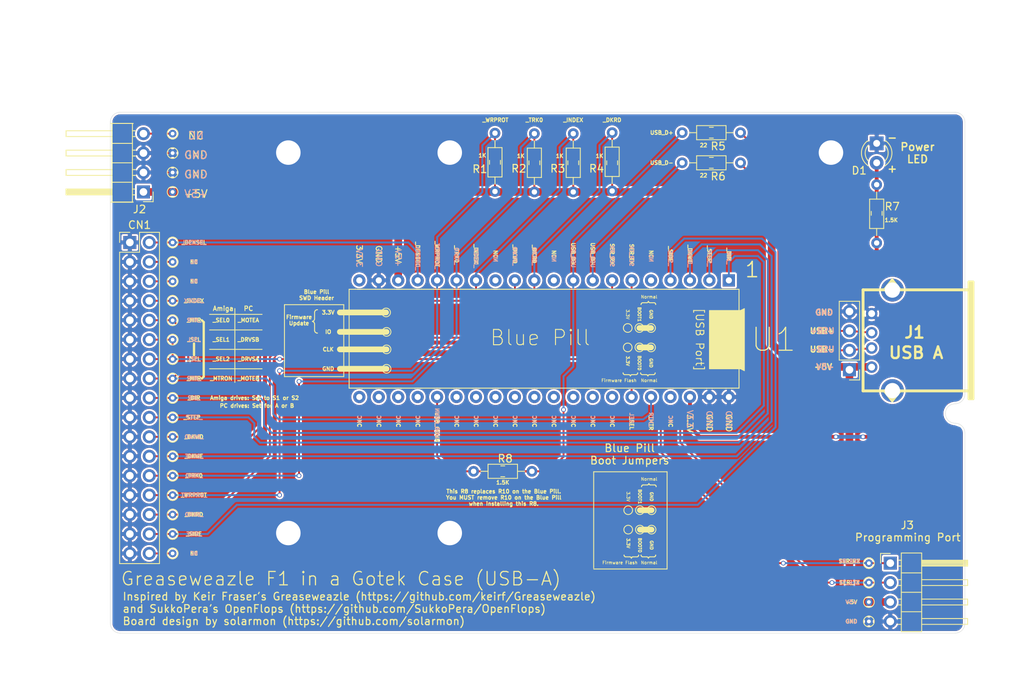
<source format=kicad_pcb>
(kicad_pcb (version 20171130) (host pcbnew "(5.1.2)-2")
  (title_block (title "Greaseweazle F1 in a Gotek Case (USB-A)") (date 2020-11-24) (rev 1) (company solarmon))
  (layers (0 F.Cu signal) (31 B.Cu signal) (34 B.Paste user) (35 F.Paste user) (36 B.SilkS user hide) (37 F.SilkS user) (38 B.Mask user) (39 F.Mask user) (44 Edge.Cuts user))
  (net 0 "")
  (net 1 GND)
  (net 2 +3V3)
  (net 3 +5V)
  (net 4 "Net-(D1-Pad2)")
  (net 5 "Net-(CN1-Pad34)")
  (net 6 /_SIDE)
  (net 7 /_DKRD)
  (net 8 /_WRPROT)
  (net 9 /_TRK0)
  (net 10 /_DKWE)
  (net 11 /_DKWD)
  (net 12 /_STEP)
  (net 13 /_DIR)
  (net 14 /_INDEX)
  (net 15 "Net-(CN1-Pad6)")
  (net 16 "Net-(CN1-Pad4)")
  (net 17 /_DENSEL)
  (net 18 "Net-(J1-Pad3)")
  (net 19 "Net-(J1-Pad2)")
  (net 20 "Net-(J2-Pad4)")
  (net 21 /USB_CONN)
  (net 22 "Net-(U1-Pad20)")
  (net 23 "Net-(U1-Pad37)")
  (net 24 /_SEL)
  (net 25 "Net-(U1-Pad34)")
  (net 26 "Net-(U1-Pad33)")
  (net 27 "Net-(U1-Pad13)")
  (net 28 "Net-(U1-Pad32)")
  (net 29 "Net-(U1-Pad31)")
  (net 30 "Net-(U1-Pad30)")
  (net 31 "Net-(U1-Pad10)")
  (net 32 "Net-(U1-Pad29)")
  (net 33 "Net-(U1-Pad28)")
  (net 34 "Net-(U1-Pad27)")
  (net 35 /SER_RX)
  (net 36 "Net-(U1-Pad26)")
  (net 37 /SER_TX)
  (net 38 "Net-(U1-Pad5)")
  (net 39 "Net-(U1-Pad24)")
  (net 40 "Net-(U1-Pad23)")
  (net 41 "Net-(U1-Pad22)")
  (net 42 "Net-(U1-Pad21)")
  (net 43 /_MTR)
  (net 44 /USB_D+)
  (net 45 /USB_D-)
  (module Resistor_THT:R_Axial_DIN0204_L3.6mm_D1.6mm_P7.62mm_Horizontal (layer F.Cu) (at 177.546 61.976 180)
    (fp_text reference "" hide)
    (fp_text value R_Axial_DIN0204_L3.6mm_D1.6mm_P7.62mm_Horizontal)
    (pad 1 thru_hole circle (at 0 0 180) (size 1.4 1.4) (drill 0.7) (layers *.Cu *.Mask) (net 19 "Net-(J1-Pad2)"))
    (pad 2 thru_hole oval (at 7.62 0 180) (size 1.4 1.4) (drill 0.7) (layers *.Cu *.Mask) (net 45 /USB_D-))
  )
  (module Resistor_THT:R_Axial_DIN0204_L3.6mm_D1.6mm_P7.62mm_Horizontal (layer F.Cu) (at 177.546 58.039 180)
    (fp_text reference "" hide)
    (fp_text value R_Axial_DIN0204_L3.6mm_D1.6mm_P7.62mm_Horizontal)
    (pad 2 thru_hole oval (at 7.62 0 180) (size 1.4 1.4) (drill 0.7) (layers *.Cu *.Mask) (net 44 /USB_D+))
    (pad 1 thru_hole circle (at 0 0 180) (size 1.4 1.4) (drill 0.7) (layers *.Cu *.Mask) (net 18 "Net-(J1-Pad3)"))
  )
  (module Resistor_THT:R_Axial_DIN0204_L3.6mm_D1.6mm_P7.62mm_Horizontal (layer F.Cu) (at 160.782 65.659 90)
    (fp_text reference "" hide)
    (fp_text value R_Axial_DIN0204_L3.6mm_D1.6mm_P7.62mm_Horizontal)
    (pad 1 thru_hole circle (at 0 0 90) (size 1.4 1.4) (drill 0.7) (layers *.Cu *.Mask) (net 3 +5V))
    (pad 2 thru_hole oval (at 7.62 0 90) (size 1.4 1.4) (drill 0.7) (layers *.Cu *.Mask) (net 7 /_DKRD))
  )
  (module Resistor_THT:R_Axial_DIN0204_L3.6mm_D1.6mm_P7.62mm_Horizontal (layer F.Cu) (at 155.702 65.786 90)
    (fp_text reference "" hide)
    (fp_text value R_Axial_DIN0204_L3.6mm_D1.6mm_P7.62mm_Horizontal)
    (pad 2 thru_hole oval (at 7.62 0 90) (size 1.4 1.4) (drill 0.7) (layers *.Cu *.Mask) (net 14 /_INDEX))
    (pad 1 thru_hole circle (at 0 0 90) (size 1.4 1.4) (drill 0.7) (layers *.Cu *.Mask) (net 3 +5V))
  )
  (module Resistor_THT:R_Axial_DIN0204_L3.6mm_D1.6mm_P7.62mm_Horizontal (layer F.Cu) (at 150.622 65.786 90)
    (fp_text reference "" hide)
    (fp_text value R_Axial_DIN0204_L3.6mm_D1.6mm_P7.62mm_Horizontal)
    (pad 1 thru_hole circle (at 0 0 90) (size 1.4 1.4) (drill 0.7) (layers *.Cu *.Mask) (net 3 +5V))
    (pad 2 thru_hole oval (at 7.62 0 90) (size 1.4 1.4) (drill 0.7) (layers *.Cu *.Mask) (net 9 /_TRK0))
  )
  (module Resistor_THT:R_Axial_DIN0204_L3.6mm_D1.6mm_P7.62mm_Horizontal (layer F.Cu) (at 145.4785 65.7225 90)
    (fp_text reference "" hide)
    (fp_text value R_Axial_DIN0204_L3.6mm_D1.6mm_P7.62mm_Horizontal)
    (pad 2 thru_hole oval (at 7.62 0 90) (size 1.4 1.4) (drill 0.7) (layers *.Cu *.Mask) (net 8 /_WRPROT))
    (pad 1 thru_hole circle (at 0 0 90) (size 1.4 1.4) (drill 0.7) (layers *.Cu *.Mask) (net 3 +5V))
  )
  (module Resistor_THT:R_Axial_DIN0204_L3.6mm_D1.6mm_P7.62mm_Horizontal (layer F.Cu) (at 150.3045 102.2985 180)
    (fp_text reference "" hide)
    (fp_text value R_Axial_DIN0204_L3.6mm_D1.6mm_P7.62mm_Horizontal)
    (pad 1 thru_hole circle (at 0 0 180) (size 1.4 1.4) (drill 0.7) (layers *.Cu *.Mask) (net 44 /USB_D+))
    (pad 2 thru_hole oval (at 7.62 0 180) (size 1.4 1.4) (drill 0.7) (layers *.Cu *.Mask) (net 21 /USB_CONN))
  )
  (module Resistor_THT:R_Axial_DIN0204_L3.6mm_D1.6mm_P7.62mm_Horizontal (layer F.Cu) (at 195.326 64.8335 270)
    (fp_text reference "" hide)
    (fp_text value R_Axial_DIN0204_L3.6mm_D1.6mm_P7.62mm_Horizontal)
    (pad 2 thru_hole oval (at 7.62 0 270) (size 1.4 1.4) (drill 0.7) (layers *.Cu *.Mask) (net 2 +3V3))
    (pad 1 thru_hole circle (at 0 0 270) (size 1.4 1.4) (drill 0.7) (layers *.Cu *.Mask) (net 4 "Net-(D1-Pad2)"))
  )
  (module Connector_PinHeader_2.54mm:PinHeader_1x04_P2.54mm_Vertical (layer F.Cu) (at 191.77 89.027 180)
    (fp_text reference "" hide)
    (fp_text value PinHeader_1x04_P2.54mm_Vertical)
    (pad 4 thru_hole oval (at 0 7.62 180) (size 1.7 1.7) (drill 1) (layers *.Cu *.Mask) (net 1 GND))
    (pad 3 thru_hole oval (at 0 5.08 180) (size 1.7 1.7) (drill 1) (layers *.Cu *.Mask) (net 18 "Net-(J1-Pad3)"))
    (pad 2 thru_hole oval (at 0 2.54 180) (size 1.7 1.7) (drill 1) (layers *.Cu *.Mask) (net 19 "Net-(J1-Pad2)"))
    (pad 1 thru_hole rect (at 0 0 180) (size 1.7 1.7) (drill 1) (layers *.Cu *.Mask) (net 3 +5V))
  )
  (module TestPoint:TestPoint_THTPad_D1.0mm_Drill0.5mm (layer F.Cu) (at 103.378 113.03)
    (fp_text reference "" hide)
    (fp_text value TestPoint_THTPad_D1.0mm_Drill0.5mm)
    (pad 1 thru_hole circle (at 0 0) (size 1 1) (drill 0.5) (layers *.Cu *.Mask) (net 5 "Net-(CN1-Pad34)"))
  )
  (module TestPoint:TestPoint_THTPad_D1.0mm_Drill0.5mm (layer F.Cu) (at 103.378 110.49)
    (fp_text reference "" hide)
    (fp_text value TestPoint_THTPad_D1.0mm_Drill0.5mm)
    (pad 1 thru_hole circle (at 0 0) (size 1 1) (drill 0.5) (layers *.Cu *.Mask) (net 6 /_SIDE))
  )
  (module TestPoint:TestPoint_THTPad_D1.0mm_Drill0.5mm (layer F.Cu) (at 103.378 107.95)
    (fp_text reference "" hide)
    (fp_text value TestPoint_THTPad_D1.0mm_Drill0.5mm)
    (pad 1 thru_hole circle (at 0 0) (size 1 1) (drill 0.5) (layers *.Cu *.Mask) (net 7 /_DKRD))
  )
  (module TestPoint:TestPoint_THTPad_D1.0mm_Drill0.5mm (layer F.Cu) (at 103.378 105.41)
    (fp_text reference "" hide)
    (fp_text value TestPoint_THTPad_D1.0mm_Drill0.5mm)
    (pad 1 thru_hole circle (at 0 0) (size 1 1) (drill 0.5) (layers *.Cu *.Mask) (net 8 /_WRPROT))
  )
  (module TestPoint:TestPoint_THTPad_D1.0mm_Drill0.5mm (layer F.Cu) (at 103.378 102.87 90)
    (fp_text reference "" hide)
    (fp_text value TestPoint_THTPad_D1.0mm_Drill0.5mm)
    (pad 1 thru_hole circle (at 0 0 90) (size 1 1) (drill 0.5) (layers *.Cu *.Mask) (net 9 /_TRK0))
  )
  (module TestPoint:TestPoint_THTPad_D1.0mm_Drill0.5mm (layer F.Cu) (at 103.378 100.33)
    (fp_text reference "" hide)
    (fp_text value TestPoint_THTPad_D1.0mm_Drill0.5mm)
    (pad 1 thru_hole circle (at 0 0) (size 1 1) (drill 0.5) (layers *.Cu *.Mask) (net 10 /_DKWE))
  )
  (module TestPoint:TestPoint_THTPad_D1.0mm_Drill0.5mm (layer F.Cu) (at 103.378 97.79)
    (fp_text reference "" hide)
    (fp_text value TestPoint_THTPad_D1.0mm_Drill0.5mm)
    (pad 1 thru_hole circle (at 0 0) (size 1 1) (drill 0.5) (layers *.Cu *.Mask) (net 11 /_DKWD))
  )
  (module TestPoint:TestPoint_THTPad_D1.0mm_Drill0.5mm (layer F.Cu) (at 103.378 95.25)
    (fp_text reference "" hide)
    (fp_text value TestPoint_THTPad_D1.0mm_Drill0.5mm)
    (pad 1 thru_hole circle (at 0 0) (size 1 1) (drill 0.5) (layers *.Cu *.Mask) (net 12 /_STEP))
  )
  (module TestPoint:TestPoint_THTPad_D1.0mm_Drill0.5mm (layer F.Cu) (at 103.378 92.71)
    (fp_text reference "" hide)
    (fp_text value TestPoint_THTPad_D1.0mm_Drill0.5mm)
    (pad 1 thru_hole circle (at 0 0) (size 1 1) (drill 0.5) (layers *.Cu *.Mask) (net 13 /_DIR))
  )
  (module TestPoint:TestPoint_THTPad_D1.0mm_Drill0.5mm (layer F.Cu) (at 103.378 90.17)
    (fp_text reference "" hide)
    (fp_text value TestPoint_THTPad_D1.0mm_Drill0.5mm)
    (pad 1 thru_hole circle (at 0 0) (size 1 1) (drill 0.5) (layers *.Cu *.Mask) (net 43 /_MTR))
  )
  (module TestPoint:TestPoint_THTPad_D1.0mm_Drill0.5mm (layer F.Cu) (at 103.378 87.63)
    (fp_text reference "" hide)
    (fp_text value TestPoint_THTPad_D1.0mm_Drill0.5mm)
    (pad 1 thru_hole circle (at 0 0) (size 1 1) (drill 0.5) (layers *.Cu *.Mask) (net 24 /_SEL))
  )
  (module TestPoint:TestPoint_THTPad_D1.0mm_Drill0.5mm (layer F.Cu) (at 103.378 85.09)
    (fp_text reference "" hide)
    (fp_text value TestPoint_THTPad_D1.0mm_Drill0.5mm)
    (pad 1 thru_hole circle (at 0 0) (size 1 1) (drill 0.5) (layers *.Cu *.Mask) (net 24 /_SEL))
  )
  (module TestPoint:TestPoint_THTPad_D1.0mm_Drill0.5mm (layer F.Cu) (at 103.378 82.55)
    (fp_text reference "" hide)
    (fp_text value TestPoint_THTPad_D1.0mm_Drill0.5mm)
    (pad 1 thru_hole circle (at 0 0) (size 1 1) (drill 0.5) (layers *.Cu *.Mask) (net 43 /_MTR))
  )
  (module TestPoint:TestPoint_THTPad_D1.0mm_Drill0.5mm (layer F.Cu) (at 103.378 80.01)
    (fp_text reference "" hide)
    (fp_text value TestPoint_THTPad_D1.0mm_Drill0.5mm)
    (pad 1 thru_hole circle (at 0 0) (size 1 1) (drill 0.5) (layers *.Cu *.Mask) (net 14 /_INDEX))
  )
  (module TestPoint:TestPoint_THTPad_D1.0mm_Drill0.5mm (layer F.Cu) (at 103.378 77.47)
    (fp_text reference "" hide)
    (fp_text value TestPoint_THTPad_D1.0mm_Drill0.5mm)
    (pad 1 thru_hole circle (at 0 0) (size 1 1) (drill 0.5) (layers *.Cu *.Mask) (net 15 "Net-(CN1-Pad6)"))
  )
  (module TestPoint:TestPoint_THTPad_D1.0mm_Drill0.5mm (layer F.Cu) (at 103.378 74.93)
    (fp_text reference "" hide)
    (fp_text value TestPoint_THTPad_D1.0mm_Drill0.5mm)
    (pad 1 thru_hole circle (at 0 0) (size 1 1) (drill 0.5) (layers *.Cu *.Mask) (net 16 "Net-(CN1-Pad4)"))
  )
  (module TestPoint:TestPoint_THTPad_D1.0mm_Drill0.5mm (layer F.Cu) (at 103.378 72.39)
    (fp_text reference "" hide)
    (fp_text value TestPoint_THTPad_D1.0mm_Drill0.5mm)
    (pad 1 thru_hole circle (at 0 0) (size 1 1) (drill 0.5) (layers *.Cu *.Mask) (net 17 /_DENSEL))
  )
  (module TestPoint:TestPoint_THTPad_D1.0mm_Drill0.5mm (layer F.Cu) (at 103.378 58.166)
    (fp_text reference "" hide)
    (fp_text value TestPoint_THTPad_D1.0mm_Drill0.5mm)
    (pad 1 thru_hole circle (at 0 0) (size 1 1) (drill 0.5) (layers *.Cu *.Mask) (net 20 "Net-(J2-Pad4)"))
  )
  (module TestPoint:TestPoint_THTPad_D1.0mm_Drill0.5mm (layer F.Cu) (at 103.378 60.706)
    (fp_text reference "" hide)
    (fp_text value TestPoint_THTPad_D1.0mm_Drill0.5mm)
    (pad 1 thru_hole circle (at 0 0) (size 1 1) (drill 0.5) (layers *.Cu *.Mask) (net 1 GND))
  )
  (module TestPoint:TestPoint_THTPad_D1.0mm_Drill0.5mm (layer F.Cu) (at 103.378 63.246)
    (fp_text reference "" hide)
    (fp_text value TestPoint_THTPad_D1.0mm_Drill0.5mm)
    (pad 1 thru_hole circle (at 0 0) (size 1 1) (drill 0.5) (layers *.Cu *.Mask) (net 1 GND))
  )
  (module TestPoint:TestPoint_THTPad_D1.0mm_Drill0.5mm (layer F.Cu) (at 103.378 65.786)
    (fp_text reference "" hide)
    (fp_text value TestPoint_THTPad_D1.0mm_Drill0.5mm)
    (pad 1 thru_hole circle (at 0 0) (size 1 1) (drill 0.5) (layers *.Cu *.Mask) (net 3 +5V))
  )
  (module TestPoint:TestPoint_THTPad_D1.0mm_Drill0.5mm (layer F.Cu) (at 194.31 114.3)
    (fp_text reference "" hide)
    (fp_text value TestPoint_THTPad_D1.0mm_Drill0.5mm)
    (pad 1 thru_hole circle (at 0 0) (size 1 1) (drill 0.5) (layers *.Cu *.Mask) (net 35 /SER_RX))
  )
  (module TestPoint:TestPoint_THTPad_D1.0mm_Drill0.5mm (layer F.Cu) (at 194.31 116.84)
    (fp_text reference "" hide)
    (fp_text value TestPoint_THTPad_D1.0mm_Drill0.5mm)
    (pad 1 thru_hole circle (at 0 0) (size 1 1) (drill 0.5) (layers *.Cu *.Mask) (net 37 /SER_TX))
  )
  (module TestPoint:TestPoint_THTPad_D1.0mm_Drill0.5mm (layer F.Cu) (at 194.31 119.38)
    (fp_text reference "" hide)
    (fp_text value TestPoint_THTPad_D1.0mm_Drill0.5mm)
    (pad 1 thru_hole circle (at 0 0) (size 1 1) (drill 0.5) (layers *.Cu *.Mask) (net 3 +5V))
  )
  (module TestPoint:TestPoint_THTPad_D1.0mm_Drill0.5mm (layer F.Cu) (at 194.31 121.92)
    (fp_text reference "" hide)
    (fp_text value TestPoint_THTPad_D1.0mm_Drill0.5mm)
    (pad 1 thru_hole circle (at 0 0) (size 1 1) (drill 0.5) (layers *.Cu *.Mask) (net 1 GND))
  )
  (module Connector_PinHeader_2.54mm:PinHeader_1x04_P2.54mm_Horizontal (layer F.Cu) (at 197.104 114.3)
    (fp_text reference J3 (at 2.2225 -4.953) (layer F.SilkS))
    (fp_text value "Programming Port" (at 2.286 -3.3655) (layer F.SilkS))
    (pad 4 thru_hole oval (at 0 7.62) (size 1.7 1.7) (drill 1) (layers *.Cu *.Mask) (net 1 GND))
    (pad 3 thru_hole oval (at 0 5.08) (size 1.7 1.7) (drill 1) (layers *.Cu *.Mask) (net 3 +5V))
    (pad 2 thru_hole oval (at 0 2.54) (size 1.7 1.7) (drill 1) (layers *.Cu *.Mask) (net 37 /SER_TX))
    (pad 1 thru_hole rect (at 0 0) (size 1.7 1.7) (drill 1) (layers *.Cu *.Mask) (net 35 /SER_RX))
  )
  (module LED_THT:LED_D3.0mm (layer F.Cu) (at 195.326 59.436 270)
    (fp_text reference D1 (at 3.556 2.286 180) (layer F.SilkS))
    (fp_text value LED)
    (pad 2 thru_hole circle (at 2.54 0 270) (size 1.8 1.8) (drill 0.9) (layers *.Cu *.Mask) (net 4 "Net-(D1-Pad2)"))
    (pad 1 thru_hole rect (at 0 0 270) (size 1.8 1.8) (drill 0.9) (layers *.Cu *.Mask) (net 1 GND))
  )
  (module Resistor_SMD:R_0805_2012Metric (layer F.Cu) (at 195.326 68.58 270)
    (fp_text reference R7 (at -0.889 -2.032 180) (layer F.SilkS))
    (fp_text value 1.5K (at 0.889 -1.905 180) (layer F.SilkS) (effects (font (size 0.5 0.5) (thickness 0.125))))
    (pad 2 smd roundrect (at 0.9375 0 270) (size 0.975 1.4) (layers F.Cu F.Paste F.Mask) (net 2 +3V3))
    (pad 1 smd roundrect (at -0.9375 0 270) (size 0.975 1.4) (layers F.Cu F.Paste F.Mask) (net 4 "Net-(D1-Pad2)"))
  )
  (module Resistor_SMD:R_0805_2012Metric (layer F.Cu) (at 173.736 61.976 180)
    (fp_text reference R6 (at -0.889 -1.778 180) (layer F.SilkS))
    (fp_text value 22 (at 1.016 -1.651) (layer F.SilkS) (effects (font (size 0.5 0.5) (thickness 0.125))))
    (pad 2 smd roundrect (at 0.9375 0 180) (size 0.975 1.4) (layers F.Cu F.Paste F.Mask) (net 45 /USB_D-))
    (pad 1 smd roundrect (at -0.9375 0 180) (size 0.975 1.4) (layers F.Cu F.Paste F.Mask) (net 19 "Net-(J1-Pad2)"))
  )
  (module Resistor_SMD:R_0805_2012Metric (layer F.Cu) (at 173.736 58.039 180)
    (fp_text reference R5 (at -0.889 -1.778 180) (layer F.SilkS))
    (fp_text value 22 (at 1.016 -1.651) (layer F.SilkS) (effects (font (size 0.5 0.5) (thickness 0.125))))
    (pad 2 smd roundrect (at 0.9375 0 180) (size 0.975 1.4) (layers F.Cu F.Paste F.Mask) (net 44 /USB_D+))
    (pad 1 smd roundrect (at -0.9375 0 180) (size 0.975 1.4) (layers F.Cu F.Paste F.Mask) (net 18 "Net-(J1-Pad3)"))
  )
  (module Connector_PinHeader_2.54mm:PinHeader_2x17_P2.54mm_Vertical (layer F.Cu) (at 97.79 72.39)
    (fp_text reference CN1 (at 1.27 -2.286) (layer F.SilkS))
    (fp_text value FLOPPY)
    (pad 34 thru_hole oval (at 2.54 40.64) (size 1.7 1.7) (drill 1) (layers *.Cu *.Mask) (net 5 "Net-(CN1-Pad34)"))
    (pad 33 thru_hole oval (at 0 40.64) (size 1.7 1.7) (drill 1) (layers *.Cu *.Mask) (net 1 GND))
    (pad 32 thru_hole oval (at 2.54 38.1) (size 1.7 1.7) (drill 1) (layers *.Cu *.Mask) (net 6 /_SIDE))
    (pad 31 thru_hole oval (at 0 38.1) (size 1.7 1.7) (drill 1) (layers *.Cu *.Mask) (net 1 GND))
    (pad 30 thru_hole oval (at 2.54 35.56) (size 1.7 1.7) (drill 1) (layers *.Cu *.Mask) (net 7 /_DKRD))
    (pad 29 thru_hole oval (at 0 35.56) (size 1.7 1.7) (drill 1) (layers *.Cu *.Mask) (net 1 GND))
    (pad 28 thru_hole oval (at 2.54 33.02) (size 1.7 1.7) (drill 1) (layers *.Cu *.Mask) (net 8 /_WRPROT))
    (pad 27 thru_hole oval (at 0 33.02) (size 1.7 1.7) (drill 1) (layers *.Cu *.Mask) (net 1 GND))
    (pad 26 thru_hole oval (at 2.54 30.48) (size 1.7 1.7) (drill 1) (layers *.Cu *.Mask) (net 9 /_TRK0))
    (pad 25 thru_hole oval (at 0 30.48) (size 1.7 1.7) (drill 1) (layers *.Cu *.Mask) (net 1 GND))
    (pad 24 thru_hole oval (at 2.54 27.94) (size 1.7 1.7) (drill 1) (layers *.Cu *.Mask) (net 10 /_DKWE))
    (pad 23 thru_hole oval (at 0 27.94) (size 1.7 1.7) (drill 1) (layers *.Cu *.Mask) (net 1 GND))
    (pad 22 thru_hole oval (at 2.54 25.4) (size 1.7 1.7) (drill 1) (layers *.Cu *.Mask) (net 11 /_DKWD))
    (pad 21 thru_hole oval (at 0 25.4) (size 1.7 1.7) (drill 1) (layers *.Cu *.Mask) (net 1 GND))
    (pad 20 thru_hole oval (at 2.54 22.86) (size 1.7 1.7) (drill 1) (layers *.Cu *.Mask) (net 12 /_STEP))
    (pad 19 thru_hole oval (at 0 22.86) (size 1.7 1.7) (drill 1) (layers *.Cu *.Mask) (net 1 GND))
    (pad 18 thru_hole oval (at 2.54 20.32) (size 1.7 1.7) (drill 1) (layers *.Cu *.Mask) (net 13 /_DIR))
    (pad 17 thru_hole oval (at 0 20.32) (size 1.7 1.7) (drill 1) (layers *.Cu *.Mask) (net 1 GND))
    (pad 16 thru_hole oval (at 2.54 17.78) (size 1.7 1.7) (drill 1) (layers *.Cu *.Mask) (net 43 /_MTR))
    (pad 15 thru_hole oval (at 0 17.78) (size 1.7 1.7) (drill 1) (layers *.Cu *.Mask) (net 1 GND))
    (pad 14 thru_hole oval (at 2.54 15.24) (size 1.7 1.7) (drill 1) (layers *.Cu *.Mask) (net 24 /_SEL))
    (pad 13 thru_hole oval (at 0 15.24) (size 1.7 1.7) (drill 1) (layers *.Cu *.Mask) (net 1 GND))
    (pad 12 thru_hole oval (at 2.54 12.7) (size 1.7 1.7) (drill 1) (layers *.Cu *.Mask) (net 24 /_SEL))
    (pad 11 thru_hole oval (at 0 12.7) (size 1.7 1.7) (drill 1) (layers *.Cu *.Mask) (net 1 GND))
    (pad 10 thru_hole oval (at 2.54 10.16) (size 1.7 1.7) (drill 1) (layers *.Cu *.Mask) (net 43 /_MTR))
    (pad 9 thru_hole oval (at 0 10.16) (size 1.7 1.7) (drill 1) (layers *.Cu *.Mask) (net 1 GND))
    (pad 8 thru_hole oval (at 2.54 7.62) (size 1.7 1.7) (drill 1) (layers *.Cu *.Mask) (net 14 /_INDEX))
    (pad 7 thru_hole oval (at 0 7.62) (size 1.7 1.7) (drill 1) (layers *.Cu *.Mask) (net 1 GND))
    (pad 6 thru_hole oval (at 2.54 5.08) (size 1.7 1.7) (drill 1) (layers *.Cu *.Mask) (net 15 "Net-(CN1-Pad6)"))
    (pad 5 thru_hole oval (at 0 5.08) (size 1.7 1.7) (drill 1) (layers *.Cu *.Mask) (net 1 GND))
    (pad 4 thru_hole oval (at 2.54 2.54) (size 1.7 1.7) (drill 1) (layers *.Cu *.Mask) (net 16 "Net-(CN1-Pad4)"))
    (pad 3 thru_hole oval (at 0 2.54) (size 1.7 1.7) (drill 1) (layers *.Cu *.Mask) (net 1 GND))
    (pad 2 thru_hole oval (at 2.54 0) (size 1.7 1.7) (drill 1) (layers *.Cu *.Mask) (net 17 /_DENSEL))
    (pad 1 thru_hole rect (at 0 0) (size 1.7 1.7) (drill 1) (layers *.Cu *.Mask) (net 1 GND))
  )
  (module Package_DIP:DIP-40_W15.24mm (layer F.Cu) (at 176.022 77.343 270)
    (fp_text reference U1 (at 7.747 -5.842 180) (layer F.SilkS) (effects (font (size 3 3))))
    (fp_text value "Blue Pill")
    (pad 40 thru_hole oval (at 15.24 0 270) (size 1.6 1.6) (drill 0.8) (layers *.Cu *.Mask) (net 1 GND))
    (pad 20 thru_hole oval (at 0 48.26 270) (size 1.6 1.6) (drill 0.8) (layers *.Cu *.Mask) (net 22 "Net-(U1-Pad20)"))
    (pad 39 thru_hole oval (at 15.24 2.54 270) (size 1.6 1.6) (drill 0.8) (layers *.Cu *.Mask) (net 1 GND))
    (pad 19 thru_hole oval (at 0 45.72 270) (size 1.6 1.6) (drill 0.8) (layers *.Cu *.Mask) (net 1 GND))
    (pad 38 thru_hole oval (at 15.24 5.08 270) (size 1.6 1.6) (drill 0.8) (layers *.Cu *.Mask) (net 2 +3V3))
    (pad 18 thru_hole oval (at 0 43.18 270) (size 1.6 1.6) (drill 0.8) (layers *.Cu *.Mask) (net 3 +5V))
    (pad 37 thru_hole oval (at 15.24 7.62 270) (size 1.6 1.6) (drill 0.8) (layers *.Cu *.Mask) (net 23 "Net-(U1-Pad37)"))
    (pad 17 thru_hole oval (at 0 40.64 270) (size 1.6 1.6) (drill 0.8) (layers *.Cu *.Mask) (net 17 /_DENSEL))
    (pad 36 thru_hole oval (at 15.24 10.16 270) (size 1.6 1.6) (drill 0.8) (layers *.Cu *.Mask) (net 43 /_MTR))
    (pad 16 thru_hole oval (at 0 38.1 270) (size 1.6 1.6) (drill 0.8) (layers *.Cu *.Mask) (net 8 /_WRPROT))
    (pad 35 thru_hole oval (at 15.24 12.7 270) (size 1.6 1.6) (drill 0.8) (layers *.Cu *.Mask) (net 24 /_SEL))
    (pad 15 thru_hole oval (at 0 35.56 270) (size 1.6 1.6) (drill 0.8) (layers *.Cu *.Mask) (net 9 /_TRK0))
    (pad 34 thru_hole oval (at 15.24 15.24 270) (size 1.6 1.6) (drill 0.8) (layers *.Cu *.Mask) (net 25 "Net-(U1-Pad34)"))
    (pad 14 thru_hole oval (at 0 33.02 270) (size 1.6 1.6) (drill 0.8) (layers *.Cu *.Mask) (net 14 /_INDEX))
    (pad 33 thru_hole oval (at 15.24 17.78 270) (size 1.6 1.6) (drill 0.8) (layers *.Cu *.Mask) (net 26 "Net-(U1-Pad33)"))
    (pad 13 thru_hole oval (at 0 30.48 270) (size 1.6 1.6) (drill 0.8) (layers *.Cu *.Mask) (net 27 "Net-(U1-Pad13)"))
    (pad 32 thru_hole oval (at 15.24 20.32 270) (size 1.6 1.6) (drill 0.8) (layers *.Cu *.Mask) (net 28 "Net-(U1-Pad32)"))
    (pad 12 thru_hole oval (at 0 27.94 270) (size 1.6 1.6) (drill 0.8) (layers *.Cu *.Mask) (net 11 /_DKWD))
    (pad 31 thru_hole oval (at 15.24 22.86 270) (size 1.6 1.6) (drill 0.8) (layers *.Cu *.Mask) (net 29 "Net-(U1-Pad31)"))
    (pad 11 thru_hole oval (at 0 25.4 270) (size 1.6 1.6) (drill 0.8) (layers *.Cu *.Mask) (net 7 /_DKRD))
    (pad 30 thru_hole oval (at 15.24 25.4 270) (size 1.6 1.6) (drill 0.8) (layers *.Cu *.Mask) (net 30 "Net-(U1-Pad30)"))
    (pad 10 thru_hole oval (at 0 22.86 270) (size 1.6 1.6) (drill 0.8) (layers *.Cu *.Mask) (net 31 "Net-(U1-Pad10)"))
    (pad 29 thru_hole oval (at 15.24 27.94 270) (size 1.6 1.6) (drill 0.8) (layers *.Cu *.Mask) (net 32 "Net-(U1-Pad29)"))
    (pad 9 thru_hole oval (at 0 20.32 270) (size 1.6 1.6) (drill 0.8) (layers *.Cu *.Mask) (net 44 /USB_D+))
    (pad 28 thru_hole oval (at 15.24 30.48 270) (size 1.6 1.6) (drill 0.8) (layers *.Cu *.Mask) (net 33 "Net-(U1-Pad28)"))
    (pad 8 thru_hole oval (at 0 17.78 270) (size 1.6 1.6) (drill 0.8) (layers *.Cu *.Mask) (net 45 /USB_D-))
    (pad 27 thru_hole oval (at 15.24 33.02 270) (size 1.6 1.6) (drill 0.8) (layers *.Cu *.Mask) (net 34 "Net-(U1-Pad27)"))
    (pad 7 thru_hole oval (at 0 15.24 270) (size 1.6 1.6) (drill 0.8) (layers *.Cu *.Mask) (net 35 /SER_RX))
    (pad 26 thru_hole oval (at 15.24 35.56 270) (size 1.6 1.6) (drill 0.8) (layers *.Cu *.Mask) (net 36 "Net-(U1-Pad26)"))
    (pad 6 thru_hole oval (at 0 12.7 270) (size 1.6 1.6) (drill 0.8) (layers *.Cu *.Mask) (net 37 /SER_TX))
    (pad 25 thru_hole oval (at 15.24 38.1 270) (size 1.6 1.6) (drill 0.8) (layers *.Cu *.Mask) (net 21 /USB_CONN))
    (pad 5 thru_hole oval (at 0 10.16 270) (size 1.6 1.6) (drill 0.8) (layers *.Cu *.Mask) (net 38 "Net-(U1-Pad5)"))
    (pad 24 thru_hole oval (at 15.24 40.64 270) (size 1.6 1.6) (drill 0.8) (layers *.Cu *.Mask) (net 39 "Net-(U1-Pad24)"))
    (pad 4 thru_hole oval (at 0 7.62 270) (size 1.6 1.6) (drill 0.8) (layers *.Cu *.Mask) (net 6 /_SIDE))
    (pad 23 thru_hole oval (at 15.24 43.18 270) (size 1.6 1.6) (drill 0.8) (layers *.Cu *.Mask) (net 40 "Net-(U1-Pad23)"))
    (pad 3 thru_hole oval (at 0 5.08 270) (size 1.6 1.6) (drill 0.8) (layers *.Cu *.Mask) (net 10 /_DKWE))
    (pad 22 thru_hole oval (at 15.24 45.72 270) (size 1.6 1.6) (drill 0.8) (layers *.Cu *.Mask) (net 41 "Net-(U1-Pad22)"))
    (pad 2 thru_hole oval (at 0 2.54 270) (size 1.6 1.6) (drill 0.8) (layers *.Cu *.Mask) (net 12 /_STEP))
    (pad 21 thru_hole oval (at 15.24 48.26 270) (size 1.6 1.6) (drill 0.8) (layers *.Cu *.Mask) (net 42 "Net-(U1-Pad21)"))
    (pad 1 thru_hole rect (at 0 0 270) (size 1.6 1.6) (drill 0.8) (layers *.Cu *.Mask) (net 13 /_DIR))
  )
  (module Resistor_SMD:R_0805_2012Metric (layer F.Cu) (at 160.782 61.976 90)
    (fp_text reference R4 (at -0.762 -2.032 180) (layer F.SilkS))
    (fp_text value 1K (at 0.889 -1.651 180) (layer F.SilkS) (effects (font (size 0.5 0.5) (thickness 0.125))))
    (pad 2 smd roundrect (at 0.9375 0 90) (size 0.975 1.4) (layers F.Cu F.Paste F.Mask) (net 7 /_DKRD))
    (pad 1 smd roundrect (at -0.9375 0 90) (size 0.975 1.4) (layers F.Cu F.Paste F.Mask) (net 3 +5V))
  )
  (module Resistor_SMD:R_0805_2012Metric (layer F.Cu) (at 145.4785 61.9125 90)
    (fp_text reference R1 (at -0.889 -1.9685 180) (layer F.SilkS))
    (fp_text value 1K (at 0.889 -1.651 180) (layer F.SilkS) (effects (font (size 0.5 0.5) (thickness 0.125))))
    (pad 2 smd roundrect (at 0.9375 0 90) (size 0.975 1.4) (layers F.Cu F.Paste F.Mask) (net 8 /_WRPROT))
    (pad 1 smd roundrect (at -0.9375 0 90) (size 0.975 1.4) (layers F.Cu F.Paste F.Mask) (net 3 +5V))
  )
  (module Resistor_SMD:R_0805_2012Metric (layer F.Cu) (at 150.622 61.976 90)
    (fp_text reference R2 (at -0.762 -2.032 180) (layer F.SilkS))
    (fp_text value 1K (at 0.889 -1.778 180) (layer F.SilkS) (effects (font (size 0.5 0.5) (thickness 0.125))))
    (pad 2 smd roundrect (at 0.9375 0 90) (size 0.975 1.4) (layers F.Cu F.Paste F.Mask) (net 9 /_TRK0))
    (pad 1 smd roundrect (at -0.9375 0 90) (size 0.975 1.4) (layers F.Cu F.Paste F.Mask) (net 3 +5V))
  )
  (module Resistor_SMD:R_0805_2012Metric (layer F.Cu) (at 155.702 61.976 90)
    (fp_text reference R3 (at -0.762 -2.032 180) (layer F.SilkS))
    (fp_text value 1K (at 0.889 -1.778 180) (layer F.SilkS) (effects (font (size 0.5 0.5) (thickness 0.125))))
    (pad 2 smd roundrect (at 0.9375 0 90) (size 0.975 1.4) (layers F.Cu F.Paste F.Mask) (net 14 /_INDEX))
    (pad 1 smd roundrect (at -0.9375 0 90) (size 0.975 1.4) (layers F.Cu F.Paste F.Mask) (net 3 +5V))
  )
  (module Resistor_SMD:R_0805_2012Metric (layer F.Cu) (at 146.4945 102.2985 180)
    (fp_text reference R8 (at -0.3175 1.651) (layer F.SilkS))
    (fp_text value 1.5K (at 0 -1.4605) (layer F.SilkS) (effects (font (size 0.5 0.5) (thickness 0.125))))
    (pad 2 smd roundrect (at 0.9375 0 180) (size 0.975 1.4) (layers F.Cu F.Paste F.Mask) (net 21 /USB_CONN))
    (pad 1 smd roundrect (at -0.9375 0 180) (size 0.975 1.4) (layers F.Cu F.Paste F.Mask) (net 44 /USB_D+))
  )
  (module Connector_PinHeader_2.54mm:PinHeader_1x04_P2.54mm_Horizontal (layer F.Cu) (at 99.568 65.786 180)
    (fp_text reference J2 (at 0.508 -2.27) (layer F.SilkS))
    (fp_text value "Floppy Power")
    (pad 4 thru_hole oval (at 0 7.62 180) (size 1.7 1.7) (drill 1) (layers *.Cu *.Mask) (net 20 "Net-(J2-Pad4)"))
    (pad 3 thru_hole oval (at 0 5.08 180) (size 1.7 1.7) (drill 1) (layers *.Cu *.Mask) (net 1 GND))
    (pad 2 thru_hole oval (at 0 2.54 180) (size 1.7 1.7) (drill 1) (layers *.Cu *.Mask) (net 1 GND))
    (pad 1 thru_hole rect (at 0 0 180) (size 1.7 1.7) (drill 1) (layers *.Cu *.Mask) (net 3 +5V))
  )
  (module w_conn_pc:conn_usb_A (layer F.Cu) (at 200.66 85.183 90)
    (fp_text reference J1 (at 1.0455 -0.381 180) (layer F.SilkS) (effects (font (size 1.524 1.524) (thickness 0.3048))))
    (fp_text value "USB A" (at -1.6215 -0.1905 180) (layer F.SilkS) (effects (font (size 1.524 1.524) (thickness 0.3048))))
    (pad "" thru_hole circle (at -6.57098 -3.27914 90) (size 2.99974 2.99974) (drill 1.99898) (layers *.Cu *.Mask))
    (pad "" thru_hole circle (at 6.57098 -3.27914 90) (size 2.99974 2.99974) (drill 1.99898) (layers *.Cu *.Mask))
    (pad 1 thru_hole circle (at -3.50012 -5.98932 90) (size 1.50114 1.50114) (drill 0.89916) (layers *.Cu *.Mask) (net 3 +5V))
    (pad 2 thru_hole circle (at -1.00076 -5.98932 90) (size 1.50114 1.50114) (drill 0.89916) (layers *.Cu *.Mask) (net 19 "Net-(J1-Pad2)"))
    (pad 3 thru_hole circle (at 1.00076 -5.98932 90) (size 1.50114 1.50114) (drill 0.89916) (layers *.Cu *.Mask) (net 18 "Net-(J1-Pad3)"))
    (pad 4 thru_hole circle (at 3.50012 -5.98932 90) (size 1.50114 1.50114) (drill 0.89916) (layers *.Cu *.Mask) (net 1 GND))
  )
  (module OpenFlops:MountingHole_M3_Pad (layer F.Cu) (at 139.573 60.6425)
    (fp_text reference H2 hide)
    (fp_text value MountingHole_Pad)
    (pad 1 thru_hole circle (at 0 0) (size 5 5) (drill 3.2) (layers *.Cu *.Mask) (net 1 GND))
  )
  (module OpenFlops:MountingHole_M3_Pad (layer F.Cu) (at 118.491 60.6425)
    (fp_text reference H1 hide)
    (fp_text value MountingHole_Pad)
    (pad 1 thru_hole circle (at 0 0) (size 5 5) (drill 3.2) (layers *.Cu *.Mask) (net 1 GND))
  )
  (module OpenFlops:MountingHole_M3_Pad (layer F.Cu) (at 118.491 110.363)
    (fp_text reference H3 hide)
    (fp_text value MountingHole_Pad)
    (pad 1 thru_hole circle (at 0 0) (size 5 5) (drill 3.2) (layers *.Cu *.Mask) (net 1 GND))
  )
  (module OpenFlops:MountingHole_M3_Pad (layer F.Cu) (at 139.573 110.363)
    (fp_text reference H4 hide)
    (fp_text value MountingHole_Pad)
    (pad 1 thru_hole circle (at 0 0) (size 5 5) (drill 3.2) (layers *.Cu *.Mask) (net 1 GND))
  )
  (module OpenFlops:MountingHole_M3_Pad (layer F.Cu) (at 189.357 60.6425)
    (fp_text reference H5 hide)
    (fp_text value MountingHole_Pad)
    (pad 1 thru_hole circle (at 0 0) (size 5 5) (drill 3.2) (layers *.Cu *.Mask) (net 1 GND))
  )
  (gr_text USB_D- (at 167.259 61.976) (layer F.SilkS) (effects (font (size 0.5 0.5) (thickness 0.125))))
  (gr_text USB_D+ (at 167.259 58.039) (layer F.SilkS) (effects (font (size 0.5 0.5) (thickness 0.125))))
  (gr_text _DKRD (at 160.782 56.388) (layer F.SilkS) (effects (font (size 0.5 0.5) (thickness 0.125))))
  (gr_text _INDEX (at 155.702 56.388) (layer F.SilkS) (effects (font (size 0.5 0.5) (thickness 0.125))))
  (gr_text _TRK0 (at 150.622 56.388) (layer F.SilkS) (effects (font (size 0.5 0.5) (thickness 0.125))))
  (gr_text _WRPROT (at 145.542 56.388) (layer F.SilkS) (effects (font (size 0.5 0.5) (thickness 0.125))))
  (gr_text { (at 163.195 113.4745 90) (layer F.SilkS) (effects (font (size 1.25 1.25) (thickness 0.125))))
  (gr_text { (at 163.068 89.662 90) (layer F.SilkS) (effects (font (size 1.25 1.25) (thickness 0.125))))
  (gr_arc (start 205.58 94.742) (end 204.31 94.742) (angle -90) (layer Edge.Cuts) (width 0.05))
  (gr_arc (start 205.58 97.282) (end 206.85 97.282) (angle -90) (layer Edge.Cuts) (width 0.05))
  (gr_line (start 206.85 97.282) (end 206.85 122.174) (layer Edge.Cuts) (width 0.05))
  (gr_arc (start 205.58 94.742) (end 205.58 93.472) (angle -90) (layer Edge.Cuts) (width 0.05))
  (gr_arc (start 205.58 92.202) (end 205.58 93.472) (angle -90) (layer Edge.Cuts) (width 0.05))
  (gr_text - (at 197.358 58.674) (layer F.SilkS) (effects (font (size 1 1) (thickness 0.1875))))
  (gr_text + (at 197.358 62.738) (layer F.SilkS) (effects (font (size 1 1) (thickness 0.1875))))
  (gr_text "Inspired by Keir Fraser's Greaseweazle (https://github.com/keirf/Greaseweazle)\nand SukkoPera's OpenFlops (https://github.com/SukkoPera/OpenFlops)\nBoard design by solarmon (https://github.com/solarmon)" (at 96.774 120.269) (layer F.SilkS) (effects (font (size 1 1)) (justify left)))
  (gr_text "Power\nLED" (at 200.66 60.706) (layer F.SilkS) (effects (font (size 1 1) (thickness 0.1875))))
  (gr_text "Greaseweazle F1 in a Gotek Case (USB-A)" (at 96.52 116.332) (layer F.SilkS) (effects (font (size 1.75 1.75)) (justify left)))
  (gr_text "PC drives: Set for A or B" (at 109.474 93.726) (layer F.SilkS) (effects (font (size 0.5 0.5) (thickness 0.125)) (justify left)))
  (gr_line (start 117.983 89.916) (end 117.983 80.518) (layer F.SilkS) (width 0.12))
  (gr_line (start 125.73 89.916) (end 117.983 89.916) (layer F.SilkS) (width 0.12))
  (gr_line (start 125.73 80.518) (end 125.73 89.916) (layer F.SilkS) (width 0.12))
  (gr_line (start 117.983 80.518) (end 125.73 80.518) (layer F.SilkS) (width 0.12))
  (gr_text "Blue Pill\nSWD Header" (at 122.174 79.248) (layer F.SilkS) (effects (font (size 0.5 0.5) (thickness 0.125))))
  (gr_text "Amiga drives: Set to S1 or S2" (at 108.204 92.71) (layer F.SilkS) (effects (font (size 0.5 0.5) (thickness 0.125)) (justify left)))
  (gr_line (start 107.442 89.916) (end 107.188 90.17) (layer F.SilkS) (width 0.3))
  (gr_line (start 107.442 82.804) (end 107.442 89.916) (layer F.SilkS) (width 0.3))
  (gr_line (start 107.188 82.55) (end 107.442 82.804) (layer F.SilkS) (width 0.3))
  (gr_line (start 106.172 85.598) (end 106.172 87.122) (layer F.SilkS) (width 0.3))
  (gr_line (start 108.204 88.9) (end 115.062 88.9) (layer F.SilkS) (width 0.12))
  (gr_line (start 108.204 86.36) (end 115.062 86.36) (layer F.SilkS) (width 0.12))
  (gr_line (start 108.204 83.82) (end 115.062 83.82) (layer F.SilkS) (width 0.12))
  (gr_line (start 111.506 81.026) (end 111.506 90.678) (layer F.SilkS) (width 0.12))
  (gr_line (start 108.204 81.788) (end 115.062 81.788) (layer F.SilkS) (width 0.12))
  (gr_text _MOTEB (at 113.284 90.17) (layer F.SilkS) (effects (font (size 0.5 0.5) (thickness 0.125))))
  (gr_text _DRVSA (at 113.284 87.63) (layer F.SilkS) (effects (font (size 0.5 0.5) (thickness 0.125))))
  (gr_text _DRVSB (at 113.284 85.09) (layer F.SilkS) (effects (font (size 0.5 0.5) (thickness 0.125))))
  (gr_text _MTRON (at 109.728 90.17) (layer F.SilkS) (effects (font (size 0.5 0.5) (thickness 0.125))))
  (gr_text _SEL2 (at 109.728 87.63) (layer F.SilkS) (effects (font (size 0.5 0.5) (thickness 0.125))))
  (gr_text _SEL1 (at 109.728 85.09) (layer F.SilkS) (effects (font (size 0.5 0.5) (thickness 0.125))))
  (gr_text PC (at 113.284 81.026) (layer F.SilkS) (effects (font (size 0.6 0.6) (thickness 0.125))))
  (gr_text Amiga (at 109.982 81.026) (layer F.SilkS) (effects (font (size 0.6 0.6) (thickness 0.125))))
  (gr_text _MOTEA (at 113.284 82.55) (layer F.SilkS) (effects (font (size 0.5 0.5) (thickness 0.125))))
  (gr_text _SEL0 (at 109.728 82.55) (layer F.SilkS) (effects (font (size 0.5 0.5) (thickness 0.125))))
  (gr_text NC (at 160.782 95.504 270) (layer B.SilkS) (effects (font (size 0.5 0.5) (thickness 0.125)) (justify mirror)))
  (gr_text NC (at 168.402 95.504 270) (layer B.SilkS) (effects (font (size 0.5 0.5) (thickness 0.125)) (justify mirror)))
  (gr_text _MTR (at 165.862 95.504 270) (layer B.SilkS) (effects (font (size 0.5 0.5) (thickness 0.125)) (justify mirror)))
  (gr_text 3.3V (at 170.942 95.504 270) (layer B.SilkS) (effects (font (size 0.75 0.75) (thickness 0.125)) (justify mirror)))
  (gr_text USB_CONN (at 137.922 96.012 270) (layer B.SilkS) (effects (font (size 0.5 0.5) (thickness 0.125)) (justify mirror)))
  (gr_text _SEL (at 163.322 95.504 270) (layer B.SilkS) (effects (font (size 0.5 0.5) (thickness 0.125)) (justify mirror)))
  (gr_text GND (at 173.482 95.504 270) (layer B.SilkS) (effects (font (size 0.75 0.75) (thickness 0.125)) (justify mirror)))
  (gr_text GND (at 176.022 95.504 270) (layer B.SilkS) (effects (font (size 0.75 0.75) (thickness 0.125)) (justify mirror)))
  (gr_text NC (at 148.082 95.504 270) (layer B.SilkS) (effects (font (size 0.5 0.5) (thickness 0.125)) (justify mirror)))
  (gr_text NC (at 127.762 95.504 270) (layer B.SilkS) (effects (font (size 0.5 0.5) (thickness 0.125)) (justify mirror)))
  (gr_text NC (at 140.462 95.504 270) (layer B.SilkS) (effects (font (size 0.5 0.5) (thickness 0.125)) (justify mirror)))
  (gr_text NC (at 155.702 95.504 270) (layer B.SilkS) (effects (font (size 0.5 0.5) (thickness 0.125)) (justify mirror)))
  (gr_text NC (at 143.002 95.504 270) (layer B.SilkS) (effects (font (size 0.5 0.5) (thickness 0.125)) (justify mirror)))
  (gr_text NC (at 145.542 95.504 270) (layer B.SilkS) (effects (font (size 0.5 0.5) (thickness 0.125)) (justify mirror)))
  (gr_text NC (at 150.622 95.504 270) (layer B.SilkS) (effects (font (size 0.5 0.5) (thickness 0.125)) (justify mirror)))
  (gr_text NC (at 135.382 95.504 270) (layer B.SilkS) (effects (font (size 0.5 0.5) (thickness 0.125)) (justify mirror)))
  (gr_text NC (at 130.302 95.504 270) (layer B.SilkS) (effects (font (size 0.5 0.5) (thickness 0.125)) (justify mirror)))
  (gr_text NC (at 158.242 95.504 270) (layer B.SilkS) (effects (font (size 0.5 0.5) (thickness 0.125)) (justify mirror)))
  (gr_text NC (at 153.162 95.504 270) (layer B.SilkS) (effects (font (size 0.5 0.5) (thickness 0.125)) (justify mirror)))
  (gr_text NC (at 132.842 95.504 270) (layer B.SilkS) (effects (font (size 0.5 0.5) (thickness 0.125)) (justify mirror)))
  (gr_text _DENSEL (at 135.382 74.422 270) (layer B.SilkS) (effects (font (size 0.5 0.5) (thickness 0.125)) (justify mirror)))
  (gr_text GND (at 130.302 74.422 270) (layer B.SilkS) (effects (font (size 0.75 0.75) (thickness 0.125)) (justify mirror)))
  (gr_text +5V (at 132.842 74.422 270) (layer B.SilkS) (effects (font (size 0.75 0.75) (thickness 0.125)) (justify mirror)))
  (gr_text SER_TX (at 163.322 74.168 270) (layer B.SilkS) (effects (font (size 0.5 0.5) (thickness 0.125)) (justify mirror)))
  (gr_text _DKRD (at 150.622 74.168 270) (layer B.SilkS) (effects (font (size 0.5 0.5) (thickness 0.125)) (justify mirror)))
  (gr_text NC (at 153.162 74.422 270) (layer B.SilkS) (effects (font (size 0.5 0.5) (thickness 0.125)) (justify mirror)))
  (gr_text _STEP (at 173.482 74.422 270) (layer B.SilkS) (effects (font (size 0.5 0.5) (thickness 0.125)) (justify mirror)))
  (gr_text NC (at 165.862 74.422 270) (layer B.SilkS) (effects (font (size 0.5 0.5) (thickness 0.125)) (justify mirror)))
  (gr_text USB_D+ (at 155.702 74.168 270) (layer B.SilkS) (effects (font (size 0.5 0.5) (thickness 0.125)) (justify mirror)))
  (gr_text _DIR (at 176.022 74.422 270) (layer B.SilkS) (effects (font (size 0.5 0.5) (thickness 0.125)) (justify mirror)))
  (gr_text _SIDE (at 168.402 74.422 270) (layer B.SilkS) (effects (font (size 0.5 0.5) (thickness 0.125)) (justify mirror)))
  (gr_text SER_RX (at 160.782 74.168 270) (layer B.SilkS) (effects (font (size 0.5 0.5) (thickness 0.125)) (justify mirror)))
  (gr_text USB_D- (at 158.242 74.168 270) (layer B.SilkS) (effects (font (size 0.5 0.5) (thickness 0.125)) (justify mirror)))
  (gr_text _DKWE (at 170.942 74.422 270) (layer B.SilkS) (effects (font (size 0.5 0.5) (thickness 0.125)) (justify mirror)))
  (gr_text _WRPROT (at 137.922 74.168 270) (layer B.SilkS) (effects (font (size 0.5 0.5) (thickness 0.125)) (justify mirror)))
  (gr_text _DKWD (at 148.082 74.168 270) (layer B.SilkS) (effects (font (size 0.5 0.5) (thickness 0.125)) (justify mirror)))
  (gr_text NC (at 145.542 74.422 270) (layer B.SilkS) (effects (font (size 0.5 0.5) (thickness 0.125)) (justify mirror)))
  (gr_text _INDEX (at 143.002 74.422 270) (layer B.SilkS) (effects (font (size 0.5 0.5) (thickness 0.125)) (justify mirror)))
  (gr_text _TRK0 (at 140.462 74.168 270) (layer B.SilkS) (effects (font (size 0.5 0.5) (thickness 0.125)) (justify mirror)))
  (gr_text 3.3V (at 127.762 74.422 270) (layer B.SilkS) (effects (font (size 0.75 0.75) (thickness 0.125)) (justify mirror)))
  (gr_text GND (at 192.024 121.92) (layer B.SilkS) (effects (font (size 0.5 0.5) (thickness 0.125)) (justify mirror)))
  (gr_text +5V (at 192.024 119.38) (layer B.SilkS) (effects (font (size 0.5 0.5) (thickness 0.125)) (justify mirror)))
  (gr_text SER_TX (at 191.77 116.84) (layer B.SilkS) (effects (font (size 0.5 0.5) (thickness 0.125)) (justify mirror)))
  (gr_text SER_RX (at 191.77 114.046) (layer B.SilkS) (effects (font (size 0.5 0.5) (thickness 0.125)) (justify mirror)))
  (gr_text +5V (at 188.595 88.646) (layer B.SilkS) (effects (font (size 0.75 0.75) (thickness 0.1875)) (justify mirror)))
  (gr_text USB- (at 188.214 86.36) (layer B.SilkS) (effects (font (size 0.75 0.75) (thickness 0.1875)) (justify mirror)))
  (gr_text USB+ (at 188.214 83.947) (layer B.SilkS) (effects (font (size 0.75 0.75) (thickness 0.1875)) (justify mirror)))
  (gr_text GND (at 188.468 81.534) (layer B.SilkS) (effects (font (size 0.75 0.75) (thickness 0.1875)) (justify mirror)))
  (gr_text NC (at 106.172 113.03) (layer B.SilkS) (effects (font (size 0.5 0.5) (thickness 0.125)) (justify mirror)))
  (gr_text _SIDE (at 106.172 110.49) (layer B.SilkS) (effects (font (size 0.5 0.5) (thickness 0.125)) (justify mirror)))
  (gr_text _DKRD (at 106.172 107.95) (layer B.SilkS) (effects (font (size 0.5 0.5) (thickness 0.125)) (justify mirror)))
  (gr_text _WRPROT (at 106.172 105.41) (layer B.SilkS) (effects (font (size 0.5 0.5) (thickness 0.125)) (justify mirror)))
  (gr_text _TRK0 (at 106.172 102.87) (layer B.SilkS) (effects (font (size 0.5 0.5) (thickness 0.125)) (justify mirror)))
  (gr_text _DKWE (at 106.172 100.33) (layer B.SilkS) (effects (font (size 0.5 0.5) (thickness 0.125)) (justify mirror)))
  (gr_text _DKWD (at 106.172 97.79) (layer B.SilkS) (effects (font (size 0.5 0.5) (thickness 0.125)) (justify mirror)))
  (gr_text _STEP (at 106.172 95.25) (layer B.SilkS) (effects (font (size 0.5 0.5) (thickness 0.125)) (justify mirror)))
  (gr_text _DIR (at 106.172 92.71) (layer B.SilkS) (effects (font (size 0.5 0.5) (thickness 0.125)) (justify mirror)))
  (gr_text _MTR (at 106.172 90.17) (layer B.SilkS) (effects (font (size 0.5 0.5) (thickness 0.125)) (justify mirror)))
  (gr_text _SEL (at 106.172 87.63) (layer B.SilkS) (effects (font (size 0.5 0.5) (thickness 0.125)) (justify mirror)))
  (gr_text _SEL (at 106.172 85.09) (layer B.SilkS) (effects (font (size 0.5 0.5) (thickness 0.125)) (justify mirror)))
  (gr_text _MTR (at 106.172 82.55) (layer B.SilkS) (effects (font (size 0.5 0.5) (thickness 0.125)) (justify mirror)))
  (gr_text _INDEX (at 106.172 80.01) (layer B.SilkS) (effects (font (size 0.5 0.5) (thickness 0.125)) (justify mirror)))
  (gr_text NC (at 106.172 77.47) (layer B.SilkS) (effects (font (size 0.5 0.5) (thickness 0.125)) (justify mirror)))
  (gr_text NC (at 106.172 74.93) (layer B.SilkS) (effects (font (size 0.5 0.5) (thickness 0.125)) (justify mirror)))
  (gr_text _DENSEL (at 106.172 72.39) (layer B.SilkS) (effects (font (size 0.5 0.5) (thickness 0.125)) (justify mirror)))
  (gr_text +5V (at 106.426 66.04) (layer B.SilkS) (effects (font (size 1 1)) (justify mirror)))
  (gr_text GND (at 106.426 63.5) (layer B.SilkS) (effects (font (size 1 1)) (justify mirror)))
  (gr_text GND (at 106.426 60.96) (layer B.SilkS) (effects (font (size 1 1)) (justify mirror)))
  (gr_text NC (at 106.426 58.42) (layer B.SilkS) (effects (font (size 1 1)) (justify mirror)))
  (gr_text "Blue Pill\nBoot Jumpers" (at 163.068 100.076) (layer F.SilkS) (effects (font (size 1 1))))
  (gr_line (start 158.369 114.935) (end 158.369 102.362) (layer F.SilkS) (width 0.12))
  (gr_line (start 167.9575 115.062) (end 158.369 115.062) (layer F.SilkS) (width 0.12))
  (gr_line (start 167.9575 102.362) (end 167.9575 115.062) (layer F.SilkS) (width 0.12))
  (gr_line (start 158.369 102.362) (end 167.9575 102.362) (layer F.SilkS) (width 0.12))
  (gr_text { (at 165.6715 104.0765 270) (layer F.SilkS) (effects (font (size 1.25 1.25) (thickness 0.125))))
  (gr_circle (center 165.9255 109.9185) (end 166.4335 110.1725) (layer F.SilkS) (width 0.12))
  (gr_circle (center 165.9255 107.3785) (end 166.4335 107.6325) (layer F.SilkS) (width 0.12))
  (gr_circle (center 164.4015 107.3785) (end 164.9095 107.6325) (layer F.SilkS) (width 0.12))
  (gr_circle (center 162.8775 107.3785) (end 163.3855 107.6325) (layer F.SilkS) (width 0.12))
  (gr_circle (center 162.8775 109.9185) (end 163.3855 110.1725) (layer F.SilkS) (width 0.12))
  (gr_circle (center 164.4015 109.9185) (end 164.9095 110.1725) (layer F.SilkS) (width 0.12))
  (gr_text Normal (at 165.608 114.2365) (layer F.SilkS) (effects (font (size 0.4 0.4) (thickness 0.075))))
  (gr_text { (at 165.4175 113.4745 90) (layer F.SilkS) (effects (font (size 1.25 1.25) (thickness 0.125))))
  (gr_text BOOT0 (at 164.4015 111.9505 270) (layer F.SilkS) (effects (font (size 0.4 0.4) (thickness 0.1))))
  (gr_text GND (at 165.9255 111.9505 270) (layer F.SilkS) (effects (font (size 0.4 0.4) (thickness 0.1))))
  (gr_text 3.3V (at 162.8775 105.6005 270) (layer F.SilkS) (effects (font (size 0.4 0.4) (thickness 0.075))))
  (gr_text BOOT1 (at 164.4015 105.6005 270) (layer F.SilkS) (effects (font (size 0.4 0.4) (thickness 0.1))))
  (gr_text 3.3V (at 162.8775 111.6965 270) (layer F.SilkS) (effects (font (size 0.4 0.4) (thickness 0.1))))
  (gr_text GND (at 165.9255 105.6005 270) (layer F.SilkS) (effects (font (size 0.4 0.4) (thickness 0.1))))
  (gr_text Normal (at 165.608 103.3145) (layer F.SilkS) (effects (font (size 0.4 0.4) (thickness 0.075))))
  (gr_text "Firmware Flash" (at 161.798 114.2365) (layer F.SilkS) (effects (font (size 0.4 0.4) (thickness 0.075))))
  (gr_line (start 164.4015 109.9185) (end 165.9255 109.9185) (layer F.SilkS) (width 0.75))
  (gr_line (start 164.4015 107.3785) (end 165.9255 107.3785) (layer F.SilkS) (width 0.75))
  (gr_text "This R8 replaces R10 on the Blue Pill.\nYou MUST remove R10 on the Blue Pill\nwhen installing this R8." (at 146.6215 105.7275) (layer F.SilkS) (effects (font (size 0.5 0.5) (thickness 0.125))))
  (gr_text SER_RX (at 191.77 114.046) (layer F.SilkS) (effects (font (size 0.5 0.5) (thickness 0.125))))
  (gr_text SER_TX (at 191.77 116.84) (layer F.SilkS) (effects (font (size 0.5 0.5) (thickness 0.125))))
  (gr_text +5V (at 192.024 119.38) (layer F.SilkS) (effects (font (size 0.5 0.5) (thickness 0.125))))
  (gr_text GND (at 192.024 121.92) (layer F.SilkS) (effects (font (size 0.5 0.5) (thickness 0.125))))
  (gr_text { (at 165.354 89.662 90) (layer F.SilkS) (effects (font (size 1.25 1.25) (thickness 0.125))))
  (gr_text Normal (at 165.608 90.424) (layer F.SilkS) (effects (font (size 0.4 0.4) (thickness 0.075))))
  (gr_line (start 131.318 88.9) (end 125.222 88.9) (layer F.SilkS) (width 0.75))
  (gr_line (start 131.318 86.36) (end 125.222 86.36) (layer F.SilkS) (width 0.75))
  (gr_line (start 131.318 84.074) (end 125.222 84.074) (layer F.SilkS) (width 0.75))
  (gr_line (start 131.258039 81.534) (end 125.222 81.534) (layer F.SilkS) (width 0.75))
  (gr_text "Firmware Flash" (at 161.671 90.424) (layer F.SilkS) (effects (font (size 0.4 0.4) (thickness 0.075))))
  (gr_text Normal (at 165.608 79.502) (layer F.SilkS) (effects (font (size 0.4 0.4) (thickness 0.075))))
  (gr_text { (at 165.608 80.264 270) (layer F.SilkS) (effects (font (size 1.25 1.25) (thickness 0.125))))
  (gr_line (start 164.338 83.566) (end 165.862 83.566) (layer F.SilkS) (width 0.75))
  (gr_line (start 164.338 86.106) (end 165.862 86.106) (layer F.SilkS) (width 0.75))
  (gr_text { (at 121.92 82.55) (layer F.SilkS) (effects (font (size 2 2) (thickness 0.125))))
  (gr_text "Firmware\nUpdate" (at 119.888 82.55) (layer F.SilkS) (effects (font (size 0.5 0.5) (thickness 0.125))))
  (gr_poly (pts (xy 177.546 81.28) (xy 178.054 81.026) (xy 178.054 89.154) (xy 177.546 88.9)) (layer F.SilkS) (width 0.1))
  (gr_poly (pts (xy 177.546 81.28) (xy 177.546 88.9) (xy 173.482 88.9) (xy 173.482 81.28)) (layer F.SilkS) (width 0.1))
  (gr_text 3.3V (at 162.814 87.884 270) (layer F.SilkS) (effects (font (size 0.4 0.4) (thickness 0.1))))
  (gr_text BOOT0 (at 164.338 88.138 270) (layer F.SilkS) (effects (font (size 0.4 0.4) (thickness 0.1))))
  (gr_text 3.3V (at 162.814 81.788 270) (layer F.SilkS) (effects (font (size 0.4 0.4) (thickness 0.075))))
  (gr_text BOOT1 (at 164.338 81.788 270) (layer F.SilkS) (effects (font (size 0.4 0.4) (thickness 0.1))))
  (gr_text GND (at 165.862 81.788 270) (layer F.SilkS) (effects (font (size 0.4 0.4) (thickness 0.1))))
  (gr_text GND (at 165.862 88.138 270) (layer F.SilkS) (effects (font (size 0.4 0.4) (thickness 0.1))))
  (gr_circle (center 165.862 86.106) (end 166.37 86.36) (layer F.SilkS) (width 0.12))
  (gr_circle (center 164.338 86.106) (end 164.846 86.36) (layer F.SilkS) (width 0.12))
  (gr_circle (center 162.814 86.106) (end 163.322 86.36) (layer F.SilkS) (width 0.12))
  (gr_circle (center 165.862 83.566) (end 166.37 83.82) (layer F.SilkS) (width 0.12))
  (gr_circle (center 164.338 83.566) (end 164.846 83.82) (layer F.SilkS) (width 0.12))
  (gr_circle (center 162.814 83.566) (end 163.322 83.82) (layer F.SilkS) (width 0.12))
  (gr_text 3.3V (at 123.698 81.534) (layer F.SilkS) (effects (font (size 0.5 0.5) (thickness 0.125))))
  (gr_text IO (at 123.698 84.074) (layer F.SilkS) (effects (font (size 0.5 0.5) (thickness 0.125))))
  (gr_text CLK (at 123.698 86.36) (layer F.SilkS) (effects (font (size 0.5 0.5) (thickness 0.125))))
  (gr_text GND (at 123.698 88.9) (layer F.SilkS) (effects (font (size 0.5 0.5) (thickness 0.125))))
  (gr_circle (center 131.318 88.9) (end 131.826 89.154) (layer F.SilkS) (width 0.12))
  (gr_circle (center 131.318 86.36) (end 131.826 86.614) (layer F.SilkS) (width 0.12))
  (gr_circle (center 131.318 84.074) (end 131.826 84.328) (layer F.SilkS) (width 0.12))
  (gr_circle (center 131.258039 81.534) (end 131.766039 81.788) (layer F.SilkS) (width 0.12))
  (gr_text "Blue Pill" (at 151.384 84.836) (layer F.SilkS) (effects (font (size 2 2) (thickness 0.125))))
  (gr_text "[USB Port]" (at 172.212 85.09 270) (layer F.SilkS) (effects (font (size 1 1) (thickness 0.125))))
  (gr_text NC (at 127.762 96.012 270) (layer F.SilkS) (effects (font (size 0.5 0.5) (thickness 0.125))))
  (gr_text NC (at 130.302 96.012 270) (layer F.SilkS) (effects (font (size 0.5 0.5) (thickness 0.125))))
  (gr_text NC (at 132.842 96.012 270) (layer F.SilkS) (effects (font (size 0.5 0.5) (thickness 0.125))))
  (gr_text NC (at 135.382 96.012 270) (layer F.SilkS) (effects (font (size 0.5 0.5) (thickness 0.125))))
  (gr_text NC (at 140.462 96.012 270) (layer F.SilkS) (effects (font (size 0.5 0.5) (thickness 0.125))))
  (gr_text NC (at 143.002 96.012 270) (layer F.SilkS) (effects (font (size 0.5 0.5) (thickness 0.125))))
  (gr_text NC (at 145.542 96.012 270) (layer F.SilkS) (effects (font (size 0.5 0.5) (thickness 0.125))))
  (gr_text NC (at 148.082 96.012 270) (layer F.SilkS) (effects (font (size 0.5 0.5) (thickness 0.125))))
  (gr_text NC (at 150.622 96.012 270) (layer F.SilkS) (effects (font (size 0.5 0.5) (thickness 0.125))))
  (gr_text NC (at 153.162 96.012 270) (layer F.SilkS) (effects (font (size 0.5 0.5) (thickness 0.125))))
  (gr_text NC (at 155.702 96.012 270) (layer F.SilkS) (effects (font (size 0.5 0.5) (thickness 0.125))))
  (gr_text NC (at 158.242 96.012 270) (layer F.SilkS) (effects (font (size 0.5 0.5) (thickness 0.125))))
  (gr_text NC (at 160.782 96.012 270) (layer F.SilkS) (effects (font (size 0.5 0.5) (thickness 0.125))))
  (gr_text NC (at 168.402 96.012 270) (layer F.SilkS) (effects (font (size 0.5 0.5) (thickness 0.125))))
  (gr_text 3.3V (at 170.942 96.012 270) (layer F.SilkS) (effects (font (size 0.75 0.75) (thickness 0.125))))
  (gr_text USB_CONN (at 137.922 96.52 270) (layer F.SilkS) (effects (font (size 0.5 0.5) (thickness 0.125))))
  (gr_text _SEL (at 163.322 96.012 270) (layer F.SilkS) (effects (font (size 0.5 0.5) (thickness 0.125))))
  (gr_text _MTR (at 165.862 96.012 270) (layer F.SilkS) (effects (font (size 0.5 0.5) (thickness 0.125))))
  (gr_text _DENSEL (at 106.172 72.39) (layer F.SilkS) (effects (font (size 0.5 0.5) (thickness 0.125))))
  (gr_text NC (at 106.172 74.93) (layer F.SilkS) (effects (font (size 0.5 0.5) (thickness 0.125))))
  (gr_text NC (at 106.172 77.47) (layer F.SilkS) (effects (font (size 0.5 0.5) (thickness 0.125))))
  (gr_text NC (at 106.172 113.03) (layer F.SilkS) (effects (font (size 0.5 0.5) (thickness 0.125))))
  (gr_text _SIDE (at 106.172 110.49) (layer F.SilkS) (effects (font (size 0.5 0.5) (thickness 0.125))))
  (gr_text _DKRD (at 106.172 107.95) (layer F.SilkS) (effects (font (size 0.5 0.5) (thickness 0.125))))
  (gr_text _WRPROT (at 106.172 105.41) (layer F.SilkS) (effects (font (size 0.5 0.5) (thickness 0.125))))
  (gr_text _TRK0 (at 106.172 102.87) (layer F.SilkS) (effects (font (size 0.5 0.5) (thickness 0.125))))
  (gr_text _DKWE (at 106.172 100.33) (layer F.SilkS) (effects (font (size 0.5 0.5) (thickness 0.125))))
  (gr_text _DKWD (at 106.172 97.79) (layer F.SilkS) (effects (font (size 0.5 0.5) (thickness 0.125))))
  (gr_text _STEP (at 105.918 95.25) (layer F.SilkS) (effects (font (size 0.5 0.5) (thickness 0.125))))
  (gr_text _DIR (at 106.172 92.71) (layer F.SilkS) (effects (font (size 0.5 0.5) (thickness 0.125))))
  (gr_text _MTR (at 106.172 90.17) (layer F.SilkS) (effects (font (size 0.5 0.5) (thickness 0.125))))
  (gr_text _SEL (at 106.172 87.63) (layer F.SilkS) (effects (font (size 0.5 0.5) (thickness 0.125))))
  (gr_text _SEL (at 106.172 85.09) (layer F.SilkS) (effects (font (size 0.5 0.5) (thickness 0.125))))
  (gr_text _MTR (at 106.172 82.55) (layer F.SilkS) (effects (font (size 0.5 0.5) (thickness 0.125))))
  (gr_text _INDEX (at 106.172 80.01) (layer F.SilkS) (effects (font (size 0.5 0.5) (thickness 0.125))))
  (gr_text _DIR (at 176.022 73.914 270) (layer F.SilkS) (effects (font (size 0.5 0.5) (thickness 0.125))))
  (gr_text _STEP (at 173.482 73.914 270) (layer F.SilkS) (effects (font (size 0.5 0.5) (thickness 0.125))))
  (gr_text _DKWE (at 170.942 73.914 270) (layer F.SilkS) (effects (font (size 0.5 0.5) (thickness 0.125))))
  (gr_text _SIDE (at 168.402 73.914 270) (layer F.SilkS) (effects (font (size 0.5 0.5) (thickness 0.125))))
  (gr_text NC (at 165.862 73.914 270) (layer F.SilkS) (effects (font (size 0.5 0.5) (thickness 0.125))))
  (gr_text SER_TX (at 163.322 73.914 270) (layer F.SilkS) (effects (font (size 0.5 0.5) (thickness 0.125))))
  (gr_text SER_RX (at 160.782 73.914 270) (layer F.SilkS) (effects (font (size 0.5 0.5) (thickness 0.125))))
  (gr_text USB_D- (at 158.242 73.914 270) (layer F.SilkS) (effects (font (size 0.5 0.5) (thickness 0.125))))
  (gr_text USB_D+ (at 155.702 73.914 270) (layer F.SilkS) (effects (font (size 0.5 0.5) (thickness 0.125))))
  (gr_text NC (at 153.162 73.914 270) (layer F.SilkS) (effects (font (size 0.5 0.5) (thickness 0.125))))
  (gr_text _DKRD (at 150.622 73.914 270) (layer F.SilkS) (effects (font (size 0.5 0.5) (thickness 0.125))))
  (gr_text _DKWD (at 148.082 73.914 270) (layer F.SilkS) (effects (font (size 0.5 0.5) (thickness 0.125))))
  (gr_text NC (at 145.542 73.914 270) (layer F.SilkS) (effects (font (size 0.5 0.5) (thickness 0.125))))
  (gr_text _INDEX (at 143.002 73.914 270) (layer F.SilkS) (effects (font (size 0.5 0.5) (thickness 0.125))))
  (gr_text _TRK0 (at 140.462 73.914 270) (layer F.SilkS) (effects (font (size 0.5 0.5) (thickness 0.125))))
  (gr_text _WRPROT (at 137.922 73.914 270) (layer F.SilkS) (effects (font (size 0.5 0.5) (thickness 0.125))))
  (gr_text _DENSEL (at 135.382 73.914 270) (layer F.SilkS) (effects (font (size 0.5 0.5) (thickness 0.125))))
  (gr_text GND (at 173.482 96.012 270) (layer F.SilkS) (effects (font (size 0.75 0.75) (thickness 0.125))))
  (gr_text GND (at 176.022 96.012 270) (layer F.SilkS) (effects (font (size 0.75 0.75) (thickness 0.125))))
  (gr_text 3.3V (at 127.762 73.914 270) (layer F.SilkS) (effects (font (size 0.75 0.75) (thickness 0.125))))
  (gr_text +5V (at 132.842 73.914 270) (layer F.SilkS) (effects (font (size 0.75 0.75) (thickness 0.125))))
  (gr_text GND (at 130.302 73.914 270) (layer F.SilkS) (effects (font (size 0.75 0.75) (thickness 0.125))))
  (gr_text 1 (at 179.07 75.946) (layer F.SilkS) (effects (font (size 2 2) (thickness 0.1875))))
  (gr_text GND (at 188.468 81.534) (layer F.SilkS) (effects (font (size 0.75 0.75) (thickness 0.1875))))
  (gr_text USB+ (at 188.214 83.947) (layer F.SilkS) (effects (font (size 0.75 0.75) (thickness 0.1875))))
  (gr_text USB- (at 188.214 86.36) (layer F.SilkS) (effects (font (size 0.75 0.75) (thickness 0.1875))))
  (gr_text +5V (at 188.341 88.646) (layer F.SilkS) (effects (font (size 0.75 0.75) (thickness 0.1875))))
  (gr_text NC (at 106.426 58.42) (layer F.SilkS) (effects (font (size 1 1))))
  (gr_text GND (at 106.426 60.96) (layer F.SilkS) (effects (font (size 1 1))))
  (gr_text GND (at 106.426 63.5) (layer F.SilkS) (effects (font (size 1 1))))
  (gr_text +5V (at 106.426 66.04) (layer F.SilkS) (effects (font (size 1 1))))
  (gr_line (start 98.238 56.836) (end 95.25 56.836) (layer F.SilkS) (width 0.12))
  (gr_line (start 98.238 67.116) (end 95.25 67.116) (layer F.SilkS) (width 0.12))
  (gr_line (start 101.667 90.23) (end 101.667 79.9465) (layer F.SilkS) (width 0.12))
  (gr_arc (start 96.52 122.174) (end 95.25 122.174) (angle -90) (layer Edge.Cuts) (width 0.05))
  (gr_arc (start 205.58 122.174) (end 205.58 123.444) (angle -90) (layer Edge.Cuts) (width 0.05))
  (gr_arc (start 205.58 56.65) (end 206.85 56.65) (angle -90) (layer Edge.Cuts) (width 0.05))
  (gr_arc (start 96.52 56.642) (end 96.52 55.372) (angle -90) (layer Edge.Cuts) (width 0.05))
  (gr_line (start 96.52 123.444) (end 205.58 123.444) (layer Edge.Cuts) (width 0.05))
  (gr_line (start 206.85 56.65) (end 206.85 92.202) (layer Edge.Cuts) (width 0.05))
  (gr_line (start 96.52 55.372) (end 205.58 55.38) (layer Edge.Cuts) (width 0.05))
  (gr_line (start 95.25 56.642) (end 95.25 122.174) (layer Edge.Cuts) (width 0.05))
  (segment (start 99.568 60.706) (end 103.378 60.706) (width 0.25) (layer F.Cu) (net 1))
  (segment (start 99.568 63.246) (end 103.378 63.246) (width 0.25) (layer F.Cu) (net 1))
  (segment (start 103.378 60.706) (end 103.378 60.706) (width 0.25) (layer F.Cu) (net 1))
  (segment (start 103.378 63.246) (end 103.378 63.246) (width 0.25) (layer F.Cu) (net 1))
  (via (at 189.992 97.79) (size 0.6) (drill 0.4) (layers F.Cu B.Cu) (net 2))
  (segment (start 170.942 96.52) (end 170.942 92.583) (width 0.5) (layer F.Cu) (net 2))
  (segment (start 172.212 97.79) (end 170.942 96.52) (width 0.5) (layer F.Cu) (net 2))
  (segment (start 189.992 97.79) (end 172.212 97.79) (width 0.5) (layer F.Cu) (net 2))
  (via (at 193.548 97.79) (size 0.6) (drill 0.4) (layers F.Cu B.Cu) (net 2))
  (segment (start 189.992 97.79) (end 193.548 97.79) (width 0.5) (layer B.Cu) (net 2))
  (segment (start 199.644 97.79) (end 193.548 97.79) (width 0.5) (layer F.Cu) (net 2))
  (segment (start 195.326 73.406) (end 196.85 74.93) (width 0.5) (layer F.Cu) (net 2))
  (segment (start 196.85 74.93) (end 199.898 74.93) (width 0.5) (layer F.Cu) (net 2))
  (segment (start 199.898 74.93) (end 201.93 76.962) (width 0.5) (layer F.Cu) (net 2))
  (segment (start 195.326 69.5175) (end 195.326 73.406) (width 0.5) (layer F.Cu) (net 2))
  (segment (start 201.93 76.962) (end 201.93 95.504) (width 0.5) (layer F.Cu) (net 2))
  (segment (start 201.93 95.504) (end 199.644 97.79) (width 0.5) (layer F.Cu) (net 2))
  (segment (start 132.842 77.343) (end 132.842 65.786) (width 1) (layer F.Cu) (net 3))
  (segment (start 99.568 65.786) (end 103.378 65.786) (width 1) (layer F.Cu) (net 3))
  (segment (start 194.63356 88.646) (end 194.67068 88.68312) (width 0.25) (layer F.Cu) (net 3))
  (segment (start 191.77 88.646) (end 194.63356 88.646) (width 1) (layer F.Cu) (net 3))
  (segment (start 138.938 65.786) (end 103.378 65.786) (width 1) (layer F.Cu) (net 3))
  (segment (start 181.61 70.162614) (end 177.233386 65.786) (width 1) (layer F.Cu) (net 3))
  (segment (start 181.61 85.598) (end 181.61 70.162614) (width 1) (layer F.Cu) (net 3))
  (segment (start 191.77 88.646) (end 184.658 88.646) (width 1) (layer F.Cu) (net 3))
  (segment (start 184.658 88.646) (end 181.61 85.598) (width 1) (layer F.Cu) (net 3))
  (segment (start 193.548 119.38) (end 194.31 119.38) (width 1) (layer F.Cu) (net 3))
  (segment (start 191.77 88.646) (end 191.77 117.602) (width 1) (layer F.Cu) (net 3))
  (segment (start 191.77 117.602) (end 193.548 119.38) (width 1) (layer F.Cu) (net 3))
  (segment (start 194.31 119.38) (end 197.104 119.38) (width 1) (layer F.Cu) (net 3))
  (segment (start 103.378 65.786) (end 103.378 65.786) (width 1) (layer F.Cu) (net 3))
  (segment (start 177.233386 65.786) (end 138.938 65.786) (width 1) (layer F.Cu) (net 3))
  (segment (start 145.4785 65.7225) (end 145.4785 62.85) (width 0.25) (layer F.Cu) (net 3))
  (segment (start 150.622 65.786) (end 150.622 62.9135) (width 0.25) (layer F.Cu) (net 3))
  (segment (start 155.702 65.786) (end 155.702 62.9135) (width 0.25) (layer F.Cu) (net 3))
  (segment (start 160.782 62.9135) (end 160.782 65.659) (width 0.25) (layer F.Cu) (net 3))
  (segment (start 195.326 61.976) (end 195.326 67.6425) (width 0.5) (layer F.Cu) (net 4))
  (segment (start 100.33 113.03) (end 103.378 113.03) (width 0.25) (layer F.Cu) (net 5))
  (segment (start 103.378 110.49) (end 100.33 110.49) (width 0.25) (layer F.Cu) (net 6))
  (segment (start 111.76 106.68) (end 107.95 110.49) (width 0.25) (layer B.Cu) (net 6))
  (segment (start 171.958 106.68) (end 111.76 106.68) (width 0.25) (layer B.Cu) (net 6))
  (segment (start 168.402 73.66) (end 170.18 71.882) (width 0.25) (layer B.Cu) (net 6))
  (segment (start 168.402 77.343) (end 168.402 73.66) (width 0.25) (layer B.Cu) (net 6))
  (segment (start 180.34 71.882) (end 182.118 73.66) (width 0.25) (layer B.Cu) (net 6))
  (segment (start 107.95 110.49) (end 103.378 110.49) (width 0.25) (layer B.Cu) (net 6))
  (segment (start 182.118 73.66) (end 182.118 96.52) (width 0.25) (layer B.Cu) (net 6))
  (segment (start 170.18 71.882) (end 180.34 71.882) (width 0.25) (layer B.Cu) (net 6))
  (segment (start 182.118 96.52) (end 171.958 106.68) (width 0.25) (layer B.Cu) (net 6))
  (segment (start 106.172 107.95) (end 100.33 107.95) (width 0.25) (layer F.Cu) (net 7))
  (segment (start 108.458 107.95) (end 106.172 107.95) (width 0.25) (layer F.Cu) (net 7))
  (segment (start 150.622 84.074) (end 148.59 86.106) (width 0.25) (layer F.Cu) (net 7))
  (segment (start 150.622 77.343) (end 150.622 84.074) (width 0.25) (layer F.Cu) (net 7))
  (segment (start 148.59 86.106) (end 117.348 86.106) (width 0.25) (layer F.Cu) (net 7))
  (segment (start 117.348 86.106) (end 116.078 87.376) (width 0.25) (layer F.Cu) (net 7))
  (segment (start 116.078 87.376) (end 116.078 100.33) (width 0.25) (layer F.Cu) (net 7))
  (segment (start 116.078 100.33) (end 108.458 107.95) (width 0.25) (layer F.Cu) (net 7))
  (segment (start 160.782 58.039) (end 160.782 61.0385) (width 0.25) (layer F.Cu) (net 7))
  (segment (start 160.082001 58.738999) (end 160.782 58.039) (width 0.25) (layer B.Cu) (net 7))
  (segment (start 159.131 59.69) (end 160.082001 58.738999) (width 0.25) (layer B.Cu) (net 7))
  (segment (start 159.131 65.659) (end 159.131 59.69) (width 0.25) (layer B.Cu) (net 7))
  (segment (start 150.622 77.343) (end 150.622 74.168) (width 0.25) (layer B.Cu) (net 7))
  (segment (start 150.622 74.168) (end 159.131 65.659) (width 0.25) (layer B.Cu) (net 7))
  (segment (start 117.348 105.41) (end 117.348 105.41) (width 0.25) (layer B.Cu) (net 8))
  (via (at 117.348 105.41) (size 0.6) (drill 0.4) (layers F.Cu B.Cu) (net 8))
  (via (at 117.348 89.154) (size 0.6) (drill 0.4) (layers F.Cu B.Cu) (net 8))
  (segment (start 117.348 105.41) (end 117.348 89.154) (width 0.25) (layer F.Cu) (net 8))
  (segment (start 117.772264 89.154) (end 117.348 89.154) (width 0.25) (layer B.Cu) (net 8))
  (segment (start 134.62 89.154) (end 117.772264 89.154) (width 0.25) (layer B.Cu) (net 8))
  (segment (start 137.922 77.343) (end 137.922 85.852) (width 0.25) (layer B.Cu) (net 8))
  (segment (start 137.922 85.852) (end 134.62 89.154) (width 0.25) (layer B.Cu) (net 8))
  (segment (start 100.33 105.41) (end 103.378 105.41) (width 0.25) (layer F.Cu) (net 8))
  (segment (start 103.378 105.41) (end 117.348 105.41) (width 0.25) (layer B.Cu) (net 8))
  (segment (start 143.8275 59.69) (end 145.4785 58.1025) (width 0.25) (layer B.Cu) (net 8))
  (segment (start 143.8275 65.786) (end 143.8275 59.69) (width 0.25) (layer B.Cu) (net 8))
  (segment (start 137.922 77.343) (end 137.922 71.6915) (width 0.25) (layer B.Cu) (net 8))
  (segment (start 137.922 71.6915) (end 143.8275 65.786) (width 0.25) (layer B.Cu) (net 8))
  (segment (start 145.4785 58.1025) (end 145.4785 60.975) (width 0.25) (layer F.Cu) (net 8))
  (via (at 119.888 102.87) (size 0.6) (drill 0.4) (layers F.Cu B.Cu) (net 9))
  (segment (start 100.33 102.87) (end 103.378 102.87) (width 0.25) (layer F.Cu) (net 9))
  (segment (start 103.378 102.87) (end 119.888 102.87) (width 0.25) (layer B.Cu) (net 9))
  (via (at 119.888 90.551) (size 0.6) (drill 0.4) (layers F.Cu B.Cu) (net 9))
  (segment (start 119.888 102.87) (end 119.888 90.551) (width 0.25) (layer F.Cu) (net 9))
  (segment (start 140.462 84.781122) (end 140.462 77.343) (width 0.25) (layer B.Cu) (net 9))
  (segment (start 119.888 90.551) (end 134.692122 90.551) (width 0.25) (layer B.Cu) (net 9))
  (segment (start 134.692122 90.551) (end 140.462 84.781122) (width 0.25) (layer B.Cu) (net 9))
  (segment (start 150.622 58.166) (end 150.622 61.0385) (width 0.25) (layer F.Cu) (net 9))
  (segment (start 149.922001 58.865999) (end 150.622 58.166) (width 0.25) (layer B.Cu) (net 9))
  (segment (start 148.844 59.944) (end 149.922001 58.865999) (width 0.25) (layer B.Cu) (net 9))
  (segment (start 148.844 65.913) (end 148.844 59.944) (width 0.25) (layer B.Cu) (net 9))
  (segment (start 140.462 77.343) (end 140.462 74.295) (width 0.25) (layer B.Cu) (net 9))
  (segment (start 140.462 74.295) (end 148.844 65.913) (width 0.25) (layer B.Cu) (net 9))
  (segment (start 103.378 100.33) (end 100.33 100.33) (width 0.25) (layer F.Cu) (net 10))
  (segment (start 177.038 100.33) (end 103.378 100.33) (width 0.25) (layer B.Cu) (net 10))
  (segment (start 170.942 74.168) (end 172.466 72.644) (width 0.25) (layer B.Cu) (net 10))
  (segment (start 170.942 77.343) (end 170.942 74.168) (width 0.25) (layer B.Cu) (net 10))
  (segment (start 172.466 72.644) (end 180.086 72.644) (width 0.25) (layer B.Cu) (net 10))
  (segment (start 180.086 72.644) (end 181.61 74.168) (width 0.25) (layer B.Cu) (net 10))
  (segment (start 181.61 74.168) (end 181.61 95.758) (width 0.25) (layer B.Cu) (net 10))
  (segment (start 181.61 95.758) (end 177.038 100.33) (width 0.25) (layer B.Cu) (net 10))
  (segment (start 106.172 97.79) (end 106.172 97.79) (width 0.25) (layer F.Cu) (net 11))
  (segment (start 106.172 97.79) (end 100.33 97.79) (width 0.25) (layer F.Cu) (net 11))
  (segment (start 148.082 82.55) (end 145.796 84.836) (width 0.25) (layer F.Cu) (net 11))
  (segment (start 113.538 97.79) (end 106.172 97.79) (width 0.25) (layer F.Cu) (net 11))
  (segment (start 148.082 77.343) (end 148.082 82.55) (width 0.25) (layer F.Cu) (net 11))
  (segment (start 145.796 84.836) (end 116.84 84.836) (width 0.25) (layer F.Cu) (net 11))
  (segment (start 116.84 84.836) (end 114.808 86.868) (width 0.25) (layer F.Cu) (net 11))
  (segment (start 114.808 86.868) (end 114.808 96.52) (width 0.25) (layer F.Cu) (net 11))
  (segment (start 114.808 96.52) (end 113.538 97.79) (width 0.25) (layer F.Cu) (net 11))
  (segment (start 103.378 95.25) (end 100.33 95.25) (width 0.25) (layer F.Cu) (net 12))
  (segment (start 173.482 74.422) (end 173.482 77.343) (width 0.25) (layer B.Cu) (net 12))
  (segment (start 174.498 73.406) (end 173.482 74.422) (width 0.25) (layer B.Cu) (net 12))
  (segment (start 181.102 74.676) (end 179.832 73.406) (width 0.25) (layer B.Cu) (net 12))
  (segment (start 181.102 94.742) (end 181.102 74.676) (width 0.25) (layer B.Cu) (net 12))
  (segment (start 113.284 95.25) (end 114.046 96.012) (width 0.25) (layer B.Cu) (net 12))
  (segment (start 103.378 95.25) (end 113.284 95.25) (width 0.25) (layer B.Cu) (net 12))
  (segment (start 114.046 96.012) (end 114.046 97.79) (width 0.25) (layer B.Cu) (net 12))
  (segment (start 179.832 73.406) (end 174.498 73.406) (width 0.25) (layer B.Cu) (net 12))
  (segment (start 114.046 97.79) (end 114.808 98.552) (width 0.25) (layer B.Cu) (net 12))
  (segment (start 114.808 98.552) (end 177.292 98.552) (width 0.25) (layer B.Cu) (net 12))
  (segment (start 177.292 98.552) (end 181.102 94.742) (width 0.25) (layer B.Cu) (net 12))
  (segment (start 103.378 92.71) (end 100.33 92.71) (width 0.25) (layer F.Cu) (net 13))
  (segment (start 176.022 74.93) (end 176.022 77.343) (width 0.25) (layer B.Cu) (net 13))
  (segment (start 179.832 74.168) (end 176.784 74.168) (width 0.25) (layer B.Cu) (net 13))
  (segment (start 180.594 74.93) (end 179.832 74.168) (width 0.25) (layer B.Cu) (net 13))
  (segment (start 180.594 93.726) (end 180.594 74.93) (width 0.25) (layer B.Cu) (net 13))
  (segment (start 114.808 92.71) (end 115.316 93.218) (width 0.25) (layer B.Cu) (net 13))
  (segment (start 103.378 92.71) (end 114.808 92.71) (width 0.25) (layer B.Cu) (net 13))
  (segment (start 115.316 93.218) (end 115.316 96.266) (width 0.25) (layer B.Cu) (net 13))
  (segment (start 115.316 96.266) (end 116.332 97.282) (width 0.25) (layer B.Cu) (net 13))
  (segment (start 116.332 97.282) (end 177.038 97.282) (width 0.25) (layer B.Cu) (net 13))
  (segment (start 176.784 74.168) (end 176.022 74.93) (width 0.25) (layer B.Cu) (net 13))
  (segment (start 177.038 97.282) (end 180.594 93.726) (width 0.25) (layer B.Cu) (net 13))
  (segment (start 142.24 80.01) (end 106.172 80.01) (width 0.25) (layer F.Cu) (net 14))
  (segment (start 143.002 77.343) (end 143.002 79.248) (width 0.25) (layer F.Cu) (net 14))
  (segment (start 143.002 79.248) (end 142.24 80.01) (width 0.25) (layer F.Cu) (net 14))
  (segment (start 106.172 80.01) (end 100.33 80.01) (width 0.25) (layer F.Cu) (net 14))
  (segment (start 155.702 58.166) (end 155.702 61.0385) (width 0.25) (layer F.Cu) (net 14))
  (segment (start 155.002001 58.865999) (end 155.702 58.166) (width 0.25) (layer B.Cu) (net 14))
  (segment (start 153.924 59.944) (end 155.002001 58.865999) (width 0.25) (layer B.Cu) (net 14))
  (segment (start 153.924 65.532) (end 153.924 59.944) (width 0.25) (layer B.Cu) (net 14))
  (segment (start 143.002 77.343) (end 143.002 76.454) (width 0.25) (layer B.Cu) (net 14))
  (segment (start 143.002 76.454) (end 153.924 65.532) (width 0.25) (layer B.Cu) (net 14))
  (segment (start 100.33 77.47) (end 103.378 77.47) (width 0.25) (layer F.Cu) (net 15))
  (segment (start 101.532081 74.93) (end 103.378 74.93) (width 0.25) (layer F.Cu) (net 16))
  (segment (start 100.33 74.93) (end 101.532081 74.93) (width 0.25) (layer F.Cu) (net 16))
  (segment (start 135.382 77.343) (end 135.382 73.66) (width 0.25) (layer B.Cu) (net 17))
  (segment (start 135.382 73.66) (end 134.1755 72.39) (width 0.25) (layer B.Cu) (net 17))
  (segment (start 103.378 72.39) (end 100.33 72.39) (width 0.25) (layer F.Cu) (net 17))
  (segment (start 134.112 72.39) (end 103.378 72.39) (width 0.25) (layer B.Cu) (net 17))
  (segment (start 191.77 83.947) (end 194.67068 84.18224) (width 0.25) (layer F.Cu) (net 18))
  (segment (start 189.103 83.947) (end 191.77 83.947) (width 0.25) (layer F.Cu) (net 18))
  (segment (start 187.96 82.804) (end 189.103 83.947) (width 0.25) (layer F.Cu) (net 18))
  (segment (start 177.546 58.039) (end 187.96 68.453) (width 0.25) (layer F.Cu) (net 18))
  (segment (start 187.96 68.453) (end 187.96 82.804) (width 0.25) (layer F.Cu) (net 18))
  (segment (start 191.77 86.487) (end 194.67068 86.18376) (width 0.25) (layer F.Cu) (net 19))
  (segment (start 185.547 86.487) (end 191.77 86.487) (width 0.25) (layer F.Cu) (net 19))
  (segment (start 184.15 85.09) (end 185.547 86.487) (width 0.25) (layer F.Cu) (net 19))
  (segment (start 177.419 61.976) (end 184.15 68.707) (width 0.25) (layer F.Cu) (net 19))
  (segment (start 184.15 68.707) (end 184.15 85.09) (width 0.25) (layer F.Cu) (net 19))
  (segment (start 99.568 58.166) (end 103.378 58.166) (width 0.25) (layer F.Cu) (net 20))
  (segment (start 103.378 58.166) (end 103.378 58.166) (width 0.25) (layer F.Cu) (net 20))
  (segment (start 142.6845 102.2985) (end 145.3665 102.2985) (width 0.25) (layer F.Cu) (net 21))
  (segment (start 139.827 102.2985) (end 142.6845 102.2985) (width 0.25) (layer F.Cu) (net 21))
  (segment (start 137.922 92.583) (end 137.922 100.3935) (width 0.25) (layer F.Cu) (net 21))
  (segment (start 137.922 100.3935) (end 139.827 102.2985) (width 0.25) (layer F.Cu) (net 21))
  (via (at 117.348 87.63) (size 0.6) (drill 0.4) (layers F.Cu B.Cu) (net 24))
  (segment (start 163.322 89.535) (end 163.322 92.583) (width 0.25) (layer F.Cu) (net 24))
  (segment (start 161.417 87.63) (end 163.322 89.535) (width 0.25) (layer F.Cu) (net 24))
  (segment (start 117.348 87.63) (end 161.417 87.63) (width 0.25) (layer F.Cu) (net 24))
  (segment (start 102.616 87.63) (end 100.33 87.63) (width 0.25) (layer F.Cu) (net 24))
  (segment (start 103.378 87.63) (end 102.616 87.63) (width 0.25) (layer F.Cu) (net 24))
  (segment (start 103.378 85.09) (end 103.378 87.63) (width 0.25) (layer F.Cu) (net 24))
  (segment (start 100.33 85.09) (end 103.378 85.09) (width 0.25) (layer F.Cu) (net 24))
  (segment (start 117.348 87.63) (end 103.378 87.63) (width 0.25) (layer B.Cu) (net 24))
  (segment (start 194.31 114.3) (end 197.104 114.3) (width 0.25) (layer F.Cu) (net 35))
  (via (at 183.134 114.3) (size 0.6) (drill 0.4) (layers F.Cu B.Cu) (net 35))
  (segment (start 183.134 114.3) (end 194.31 114.3) (width 0.25) (layer B.Cu) (net 35))
  (segment (start 160.782 81.534) (end 160.782 77.343) (width 0.25) (layer F.Cu) (net 35))
  (segment (start 167.132 87.884) (end 160.782 81.534) (width 0.25) (layer F.Cu) (net 35))
  (segment (start 167.132 99.822) (end 167.132 87.884) (width 0.25) (layer F.Cu) (net 35))
  (segment (start 183.134 114.3) (end 181.61 114.3) (width 0.25) (layer F.Cu) (net 35))
  (segment (start 181.61 114.3) (end 167.132 99.822) (width 0.25) (layer F.Cu) (net 35))
  (via (at 189.484 116.84) (size 0.6) (drill 0.4) (layers F.Cu B.Cu) (net 37))
  (segment (start 193.802 116.84) (end 194.31 116.84) (width 0.25) (layer B.Cu) (net 37))
  (segment (start 189.484 116.84) (end 193.802 116.84) (width 0.25) (layer B.Cu) (net 37))
  (segment (start 194.31 116.84) (end 197.104 116.84) (width 0.25) (layer F.Cu) (net 37))
  (segment (start 187.96 116.84) (end 189.484 116.84) (width 0.25) (layer F.Cu) (net 37))
  (segment (start 169.672 98.552) (end 187.96 116.84) (width 0.25) (layer F.Cu) (net 37))
  (segment (start 169.672 87.376) (end 169.672 98.552) (width 0.25) (layer F.Cu) (net 37))
  (segment (start 163.322 77.343) (end 163.322 81.026) (width 0.25) (layer F.Cu) (net 37))
  (segment (start 163.322 81.026) (end 169.672 87.376) (width 0.25) (layer F.Cu) (net 37))
  (segment (start 103.378 82.55) (end 100.33 82.55) (width 0.25) (layer F.Cu) (net 43))
  (segment (start 100.33 90.17) (end 103.378 90.17) (width 0.25) (layer F.Cu) (net 43))
  (segment (start 105.41 84.582) (end 103.378 82.55) (width 0.25) (layer F.Cu) (net 43))
  (segment (start 103.378 90.17) (end 105.41 88.138) (width 0.25) (layer F.Cu) (net 43))
  (segment (start 105.41 88.138) (end 105.41 84.582) (width 0.25) (layer F.Cu) (net 43))
  (segment (start 165.862 94.742) (end 165.862 92.583) (width 0.25) (layer B.Cu) (net 43))
  (segment (start 115.57 90.17) (end 116.5225 91.1225) (width 0.25) (layer B.Cu) (net 43))
  (segment (start 103.378 90.17) (end 115.57 90.17) (width 0.25) (layer B.Cu) (net 43))
  (segment (start 116.5225 91.1225) (end 116.5225 94.8055) (width 0.25) (layer B.Cu) (net 43))
  (segment (start 116.5225 94.8055) (end 117.221 95.504) (width 0.25) (layer B.Cu) (net 43))
  (segment (start 117.221 95.504) (end 164.846 95.504) (width 0.25) (layer B.Cu) (net 43))
  (segment (start 164.846 95.504) (end 165.862 94.742) (width 0.25) (layer B.Cu) (net 43))
  (via (at 154.432 94.234) (size 0.6) (drill 0.4) (layers F.Cu B.Cu) (net 44))
  (segment (start 154.432 89.88425) (end 154.432 94.234) (width 0.25) (layer B.Cu) (net 44))
  (segment (start 155.702 77.343) (end 155.702 88.61425) (width 0.25) (layer B.Cu) (net 44))
  (segment (start 155.702 88.61425) (end 154.432 89.88425) (width 0.25) (layer B.Cu) (net 44))
  (segment (start 154.432 100.3935) (end 154.432 94.234) (width 0.25) (layer F.Cu) (net 44))
  (segment (start 145.542 102.2985) (end 152.527 102.2985) (width 0.25) (layer F.Cu) (net 44))
  (segment (start 152.527 102.2985) (end 154.432 100.3935) (width 0.25) (layer F.Cu) (net 44))
  (segment (start 149.314551 102.2985) (end 147.2415 102.2985) (width 0.25) (layer F.Cu) (net 44))
  (segment (start 150.3045 102.2985) (end 149.314551 102.2985) (width 0.25) (layer F.Cu) (net 44))
  (segment (start 169.226001 58.738999) (end 169.926 58.039) (width 0.25) (layer B.Cu) (net 44))
  (segment (start 155.702 77.343) (end 155.702 72.263) (width 0.25) (layer B.Cu) (net 44))
  (segment (start 155.702 72.263) (end 169.226001 58.738999) (width 0.25) (layer B.Cu) (net 44))
  (segment (start 169.892689 61.976) (end 169.926 61.976) (width 0.25) (layer B.Cu) (net 45))
  (segment (start 158.242 77.343) (end 158.242 73.626689) (width 0.25) (layer B.Cu) (net 45))
  (segment (start 158.242 73.626689) (end 169.892689 61.976) (width 0.25) (layer B.Cu) (net 45))
  (zone (net 1) (net_name GND) (layer B.Cu) (connect_pads (clearance 0.254)) (min_thickness 0.0254) (fill yes (arc_segments 32) (thermal_gap 0.254) (thermal_bridge_width 0.508))
    (polygon (pts (xy 209.55 96.93275) (xy 206.375 96.5835) (xy 204.597 95.9485) (xy 204.089 94.615) (xy 204.597 93.472) (xy 206.248 93.091) (xy 210.1215 93.05925) (xy 210.1215 50.70475) (xy 82.55 50.9905) (xy 82.55 127.1905) (xy 209.677 126.84125)))
  )
  (zone (net 1) (net_name GND) (layer F.Cu) (priority 5) (connect_pads (clearance 0.254)) (min_thickness 0.0254) (fill yes (arc_segments 32) (thermal_gap 0.254) (thermal_bridge_width 0.508))
    (polygon (pts (xy 212.471 101.6635) (xy 205.994 96.52) (xy 204.597 96.012) (xy 204.089 94.615) (xy 204.343 93.726) (xy 205.359 93.218) (xy 214.122 91.5035) (xy 214.5665 47.8155) (xy 80.9625 47.9425) (xy 80.8355 129.44475) (xy 213.0425 129.38125)))
  )
)
</source>
